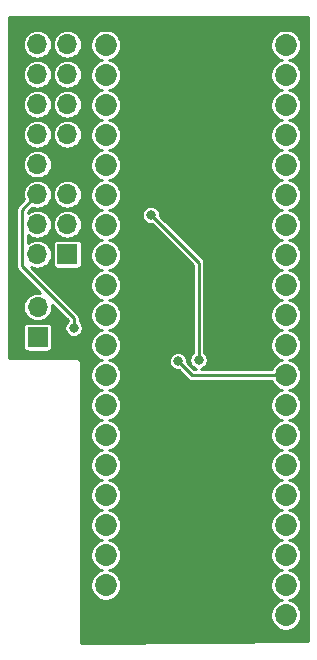
<source format=gbr>
G04 #@! TF.GenerationSoftware,KiCad,Pcbnew,(5.1.4)-1*
G04 #@! TF.CreationDate,2021-01-17T04:38:22+00:00*
G04 #@! TF.ProjectId,atari-pickup,61746172-692d-4706-9963-6b75702e6b69,rev?*
G04 #@! TF.SameCoordinates,Original*
G04 #@! TF.FileFunction,Copper,L2,Bot*
G04 #@! TF.FilePolarity,Positive*
%FSLAX46Y46*%
G04 Gerber Fmt 4.6, Leading zero omitted, Abs format (unit mm)*
G04 Created by KiCad (PCBNEW (5.1.4)-1) date 2021-01-17 04:38:22*
%MOMM*%
%LPD*%
G04 APERTURE LIST*
%ADD10C,1.854200*%
%ADD11R,1.700000X1.700000*%
%ADD12O,1.700000X1.700000*%
%ADD13C,0.800000*%
%ADD14C,0.400000*%
%ADD15C,0.250000*%
G04 APERTURE END LIST*
D10*
X149860000Y-55880000D03*
X149860000Y-58420000D03*
X149860000Y-60960000D03*
X149860000Y-63500000D03*
X149860000Y-66040000D03*
X149860000Y-68580000D03*
X149860000Y-71120000D03*
X149860000Y-73660000D03*
X149860000Y-76200000D03*
X149860000Y-78740000D03*
X149860000Y-81280000D03*
X149860000Y-83820000D03*
X149860000Y-86360000D03*
X149860000Y-88900000D03*
X149860000Y-91440000D03*
X149860000Y-93980000D03*
X149860000Y-96520000D03*
X149860000Y-99060000D03*
X149860000Y-101600000D03*
X149860000Y-104140000D03*
X134620000Y-104140000D03*
X134620000Y-101600000D03*
X134620000Y-99060000D03*
X134620000Y-96520000D03*
X134620000Y-93980000D03*
X134620000Y-91440000D03*
X134620000Y-88900000D03*
X134620000Y-86360000D03*
X134620000Y-83820000D03*
X134620000Y-81280000D03*
X134620000Y-76200000D03*
X134620000Y-73660000D03*
X134620000Y-71120000D03*
X134620000Y-68580000D03*
X134620000Y-66040000D03*
X134620000Y-63500000D03*
X134620000Y-60960000D03*
X134620000Y-58420000D03*
X134620000Y-55880000D03*
X134620000Y-78740000D03*
D11*
X131368800Y-73583800D03*
D12*
X128828800Y-73583800D03*
X131368800Y-71043800D03*
X128828800Y-71043800D03*
X131368800Y-68503800D03*
X128828800Y-68503800D03*
X131368800Y-65963800D03*
X128828800Y-65963800D03*
X131368800Y-63423800D03*
X128828800Y-63423800D03*
X131368800Y-60883800D03*
X128828800Y-60883800D03*
X131368800Y-58343800D03*
X128828800Y-58343800D03*
X131368800Y-55803800D03*
X128828800Y-55803800D03*
D11*
X128854200Y-80594200D03*
D12*
X128854200Y-78054200D03*
D13*
X140726160Y-82646520D03*
X131902200Y-79806800D03*
X138430000Y-70251320D03*
X142478760Y-82565240D03*
D14*
X132791200Y-102311200D02*
X134620000Y-104140000D01*
X132791200Y-82753200D02*
X132791200Y-102311200D01*
X130118799Y-67213801D02*
X128239199Y-67213801D01*
X131368800Y-65963800D02*
X130118799Y-67213801D01*
X128239199Y-67213801D02*
X126746000Y-68707000D01*
X126746000Y-68707000D02*
X126746000Y-81534000D01*
X126746000Y-81534000D02*
X127508000Y-82296000D01*
X132334000Y-82296000D02*
X132791200Y-82753200D01*
X127508000Y-82296000D02*
X132334000Y-82296000D01*
D15*
X141899640Y-83820000D02*
X149860000Y-83820000D01*
X140726160Y-82646520D02*
X141899640Y-83820000D01*
X131902200Y-79241115D02*
X131902200Y-79806800D01*
X131902200Y-78987115D02*
X131902200Y-79241115D01*
X127508000Y-74592915D02*
X131902200Y-78987115D01*
X128828800Y-68503800D02*
X127508000Y-69824600D01*
X127508000Y-69824600D02*
X127508000Y-74592915D01*
X142478760Y-74300080D02*
X142478760Y-81999555D01*
X142478760Y-81999555D02*
X142478760Y-82565240D01*
X138430000Y-70251320D02*
X142478760Y-74300080D01*
G36*
X151767000Y-106302231D02*
G01*
X133408349Y-106484000D01*
X132530000Y-106484000D01*
X132530000Y-82826104D01*
X132532177Y-82804000D01*
X132523489Y-82715785D01*
X132497757Y-82630959D01*
X132455971Y-82552784D01*
X132399737Y-82484263D01*
X132331216Y-82428029D01*
X132253041Y-82386243D01*
X132168215Y-82360511D01*
X132102105Y-82354000D01*
X132080000Y-82351823D01*
X132057896Y-82354000D01*
X126434000Y-82354000D01*
X126434000Y-79744200D01*
X127627386Y-79744200D01*
X127627386Y-81444200D01*
X127634626Y-81517713D01*
X127656069Y-81588400D01*
X127690891Y-81653547D01*
X127737752Y-81710648D01*
X127794853Y-81757509D01*
X127860000Y-81792331D01*
X127930687Y-81813774D01*
X128004200Y-81821014D01*
X129704200Y-81821014D01*
X129777713Y-81813774D01*
X129848400Y-81792331D01*
X129913547Y-81757509D01*
X129970648Y-81710648D01*
X130017509Y-81653547D01*
X130052331Y-81588400D01*
X130073774Y-81517713D01*
X130081014Y-81444200D01*
X130081014Y-79744200D01*
X130073774Y-79670687D01*
X130052331Y-79600000D01*
X130017509Y-79534853D01*
X129970648Y-79477752D01*
X129913547Y-79430891D01*
X129848400Y-79396069D01*
X129777713Y-79374626D01*
X129704200Y-79367386D01*
X128004200Y-79367386D01*
X127930687Y-79374626D01*
X127860000Y-79396069D01*
X127794853Y-79430891D01*
X127737752Y-79477752D01*
X127690891Y-79534853D01*
X127656069Y-79600000D01*
X127634626Y-79670687D01*
X127627386Y-79744200D01*
X126434000Y-79744200D01*
X126434000Y-69824600D01*
X127005581Y-69824600D01*
X127008000Y-69849160D01*
X127008001Y-74568345D01*
X127005581Y-74592915D01*
X127015235Y-74690932D01*
X127042840Y-74781931D01*
X127043826Y-74785182D01*
X127090255Y-74872044D01*
X127152737Y-74948179D01*
X127171819Y-74963839D01*
X129050595Y-76842616D01*
X128914378Y-76829200D01*
X128794022Y-76829200D01*
X128614058Y-76846925D01*
X128383145Y-76916972D01*
X128170334Y-77030722D01*
X127983803Y-77183803D01*
X127830722Y-77370334D01*
X127716972Y-77583145D01*
X127646925Y-77814058D01*
X127623273Y-78054200D01*
X127646925Y-78294342D01*
X127716972Y-78525255D01*
X127830722Y-78738066D01*
X127983803Y-78924597D01*
X128170334Y-79077678D01*
X128383145Y-79191428D01*
X128614058Y-79261475D01*
X128794022Y-79279200D01*
X128914378Y-79279200D01*
X129094342Y-79261475D01*
X129325255Y-79191428D01*
X129538066Y-79077678D01*
X129724597Y-78924597D01*
X129877678Y-78738066D01*
X129991428Y-78525255D01*
X130061475Y-78294342D01*
X130085127Y-78054200D01*
X130065784Y-77857805D01*
X131402200Y-79194222D01*
X131402200Y-79210784D01*
X131300218Y-79312766D01*
X131215404Y-79439700D01*
X131156983Y-79580741D01*
X131127200Y-79730469D01*
X131127200Y-79883131D01*
X131156983Y-80032859D01*
X131215404Y-80173900D01*
X131300218Y-80300834D01*
X131408166Y-80408782D01*
X131535100Y-80493596D01*
X131676141Y-80552017D01*
X131825869Y-80581800D01*
X131978531Y-80581800D01*
X132128259Y-80552017D01*
X132269300Y-80493596D01*
X132396234Y-80408782D01*
X132504182Y-80300834D01*
X132588996Y-80173900D01*
X132647417Y-80032859D01*
X132677200Y-79883131D01*
X132677200Y-79730469D01*
X132647417Y-79580741D01*
X132588996Y-79439700D01*
X132504182Y-79312766D01*
X132402200Y-79210784D01*
X132402200Y-79011672D01*
X132404619Y-78987114D01*
X132398461Y-78924597D01*
X132394965Y-78889098D01*
X132366375Y-78794848D01*
X132319946Y-78707986D01*
X132257464Y-78631851D01*
X132238387Y-78616195D01*
X128326537Y-74704347D01*
X128357745Y-74721028D01*
X128588658Y-74791075D01*
X128768622Y-74808800D01*
X128888978Y-74808800D01*
X129068942Y-74791075D01*
X129299855Y-74721028D01*
X129512666Y-74607278D01*
X129699197Y-74454197D01*
X129852278Y-74267666D01*
X129966028Y-74054855D01*
X130036075Y-73823942D01*
X130059727Y-73583800D01*
X130036075Y-73343658D01*
X129966028Y-73112745D01*
X129852278Y-72899934D01*
X129715937Y-72733800D01*
X130141986Y-72733800D01*
X130141986Y-74433800D01*
X130149226Y-74507313D01*
X130170669Y-74578000D01*
X130205491Y-74643147D01*
X130252352Y-74700248D01*
X130309453Y-74747109D01*
X130374600Y-74781931D01*
X130445287Y-74803374D01*
X130518800Y-74810614D01*
X132218800Y-74810614D01*
X132292313Y-74803374D01*
X132363000Y-74781931D01*
X132428147Y-74747109D01*
X132485248Y-74700248D01*
X132532109Y-74643147D01*
X132566931Y-74578000D01*
X132588374Y-74507313D01*
X132595614Y-74433800D01*
X132595614Y-72733800D01*
X132588374Y-72660287D01*
X132566931Y-72589600D01*
X132532109Y-72524453D01*
X132485248Y-72467352D01*
X132428147Y-72420491D01*
X132363000Y-72385669D01*
X132292313Y-72364226D01*
X132218800Y-72356986D01*
X130518800Y-72356986D01*
X130445287Y-72364226D01*
X130374600Y-72385669D01*
X130309453Y-72420491D01*
X130252352Y-72467352D01*
X130205491Y-72524453D01*
X130170669Y-72589600D01*
X130149226Y-72660287D01*
X130141986Y-72733800D01*
X129715937Y-72733800D01*
X129699197Y-72713403D01*
X129512666Y-72560322D01*
X129299855Y-72446572D01*
X129068942Y-72376525D01*
X128888978Y-72358800D01*
X128768622Y-72358800D01*
X128588658Y-72376525D01*
X128357745Y-72446572D01*
X128144934Y-72560322D01*
X128008000Y-72672700D01*
X128008000Y-71954900D01*
X128144934Y-72067278D01*
X128357745Y-72181028D01*
X128588658Y-72251075D01*
X128768622Y-72268800D01*
X128888978Y-72268800D01*
X129068942Y-72251075D01*
X129299855Y-72181028D01*
X129512666Y-72067278D01*
X129699197Y-71914197D01*
X129852278Y-71727666D01*
X129966028Y-71514855D01*
X130036075Y-71283942D01*
X130059727Y-71043800D01*
X130137873Y-71043800D01*
X130161525Y-71283942D01*
X130231572Y-71514855D01*
X130345322Y-71727666D01*
X130498403Y-71914197D01*
X130684934Y-72067278D01*
X130897745Y-72181028D01*
X131128658Y-72251075D01*
X131308622Y-72268800D01*
X131428978Y-72268800D01*
X131608942Y-72251075D01*
X131839855Y-72181028D01*
X132052666Y-72067278D01*
X132239197Y-71914197D01*
X132392278Y-71727666D01*
X132506028Y-71514855D01*
X132576075Y-71283942D01*
X132599727Y-71043800D01*
X132576075Y-70803658D01*
X132506028Y-70572745D01*
X132392278Y-70359934D01*
X132239197Y-70173403D01*
X132052666Y-70020322D01*
X131839855Y-69906572D01*
X131608942Y-69836525D01*
X131428978Y-69818800D01*
X131308622Y-69818800D01*
X131128658Y-69836525D01*
X130897745Y-69906572D01*
X130684934Y-70020322D01*
X130498403Y-70173403D01*
X130345322Y-70359934D01*
X130231572Y-70572745D01*
X130161525Y-70803658D01*
X130137873Y-71043800D01*
X130059727Y-71043800D01*
X130036075Y-70803658D01*
X129966028Y-70572745D01*
X129852278Y-70359934D01*
X129699197Y-70173403D01*
X129512666Y-70020322D01*
X129299855Y-69906572D01*
X129068942Y-69836525D01*
X128888978Y-69818800D01*
X128768622Y-69818800D01*
X128588658Y-69836525D01*
X128357745Y-69906572D01*
X128144934Y-70020322D01*
X128008000Y-70132700D01*
X128008000Y-70031705D01*
X128389151Y-69650555D01*
X128588658Y-69711075D01*
X128768622Y-69728800D01*
X128888978Y-69728800D01*
X129068942Y-69711075D01*
X129299855Y-69641028D01*
X129512666Y-69527278D01*
X129699197Y-69374197D01*
X129852278Y-69187666D01*
X129966028Y-68974855D01*
X130036075Y-68743942D01*
X130059727Y-68503800D01*
X130137873Y-68503800D01*
X130161525Y-68743942D01*
X130231572Y-68974855D01*
X130345322Y-69187666D01*
X130498403Y-69374197D01*
X130684934Y-69527278D01*
X130897745Y-69641028D01*
X131128658Y-69711075D01*
X131308622Y-69728800D01*
X131428978Y-69728800D01*
X131608942Y-69711075D01*
X131839855Y-69641028D01*
X132052666Y-69527278D01*
X132239197Y-69374197D01*
X132392278Y-69187666D01*
X132506028Y-68974855D01*
X132576075Y-68743942D01*
X132599727Y-68503800D01*
X132576075Y-68263658D01*
X132506028Y-68032745D01*
X132392278Y-67819934D01*
X132239197Y-67633403D01*
X132052666Y-67480322D01*
X131839855Y-67366572D01*
X131608942Y-67296525D01*
X131428978Y-67278800D01*
X131308622Y-67278800D01*
X131128658Y-67296525D01*
X130897745Y-67366572D01*
X130684934Y-67480322D01*
X130498403Y-67633403D01*
X130345322Y-67819934D01*
X130231572Y-68032745D01*
X130161525Y-68263658D01*
X130137873Y-68503800D01*
X130059727Y-68503800D01*
X130036075Y-68263658D01*
X129966028Y-68032745D01*
X129852278Y-67819934D01*
X129699197Y-67633403D01*
X129512666Y-67480322D01*
X129299855Y-67366572D01*
X129068942Y-67296525D01*
X128888978Y-67278800D01*
X128768622Y-67278800D01*
X128588658Y-67296525D01*
X128357745Y-67366572D01*
X128144934Y-67480322D01*
X127958403Y-67633403D01*
X127805322Y-67819934D01*
X127691572Y-68032745D01*
X127621525Y-68263658D01*
X127597873Y-68503800D01*
X127621525Y-68743942D01*
X127682045Y-68943449D01*
X127171824Y-69453671D01*
X127152736Y-69469336D01*
X127090254Y-69545471D01*
X127043825Y-69632334D01*
X127041188Y-69641028D01*
X127015235Y-69726583D01*
X127005581Y-69824600D01*
X126434000Y-69824600D01*
X126434000Y-65963800D01*
X127597873Y-65963800D01*
X127621525Y-66203942D01*
X127691572Y-66434855D01*
X127805322Y-66647666D01*
X127958403Y-66834197D01*
X128144934Y-66987278D01*
X128357745Y-67101028D01*
X128588658Y-67171075D01*
X128768622Y-67188800D01*
X128888978Y-67188800D01*
X129068942Y-67171075D01*
X129299855Y-67101028D01*
X129512666Y-66987278D01*
X129699197Y-66834197D01*
X129852278Y-66647666D01*
X129966028Y-66434855D01*
X130036075Y-66203942D01*
X130059727Y-65963800D01*
X130036075Y-65723658D01*
X129966028Y-65492745D01*
X129852278Y-65279934D01*
X129699197Y-65093403D01*
X129512666Y-64940322D01*
X129299855Y-64826572D01*
X129068942Y-64756525D01*
X128888978Y-64738800D01*
X128768622Y-64738800D01*
X128588658Y-64756525D01*
X128357745Y-64826572D01*
X128144934Y-64940322D01*
X127958403Y-65093403D01*
X127805322Y-65279934D01*
X127691572Y-65492745D01*
X127621525Y-65723658D01*
X127597873Y-65963800D01*
X126434000Y-65963800D01*
X126434000Y-63423800D01*
X127597873Y-63423800D01*
X127621525Y-63663942D01*
X127691572Y-63894855D01*
X127805322Y-64107666D01*
X127958403Y-64294197D01*
X128144934Y-64447278D01*
X128357745Y-64561028D01*
X128588658Y-64631075D01*
X128768622Y-64648800D01*
X128888978Y-64648800D01*
X129068942Y-64631075D01*
X129299855Y-64561028D01*
X129512666Y-64447278D01*
X129699197Y-64294197D01*
X129852278Y-64107666D01*
X129966028Y-63894855D01*
X130036075Y-63663942D01*
X130059727Y-63423800D01*
X130137873Y-63423800D01*
X130161525Y-63663942D01*
X130231572Y-63894855D01*
X130345322Y-64107666D01*
X130498403Y-64294197D01*
X130684934Y-64447278D01*
X130897745Y-64561028D01*
X131128658Y-64631075D01*
X131308622Y-64648800D01*
X131428978Y-64648800D01*
X131608942Y-64631075D01*
X131839855Y-64561028D01*
X132052666Y-64447278D01*
X132239197Y-64294197D01*
X132392278Y-64107666D01*
X132506028Y-63894855D01*
X132576075Y-63663942D01*
X132599727Y-63423800D01*
X132576075Y-63183658D01*
X132506028Y-62952745D01*
X132392278Y-62739934D01*
X132239197Y-62553403D01*
X132052666Y-62400322D01*
X131839855Y-62286572D01*
X131608942Y-62216525D01*
X131428978Y-62198800D01*
X131308622Y-62198800D01*
X131128658Y-62216525D01*
X130897745Y-62286572D01*
X130684934Y-62400322D01*
X130498403Y-62553403D01*
X130345322Y-62739934D01*
X130231572Y-62952745D01*
X130161525Y-63183658D01*
X130137873Y-63423800D01*
X130059727Y-63423800D01*
X130036075Y-63183658D01*
X129966028Y-62952745D01*
X129852278Y-62739934D01*
X129699197Y-62553403D01*
X129512666Y-62400322D01*
X129299855Y-62286572D01*
X129068942Y-62216525D01*
X128888978Y-62198800D01*
X128768622Y-62198800D01*
X128588658Y-62216525D01*
X128357745Y-62286572D01*
X128144934Y-62400322D01*
X127958403Y-62553403D01*
X127805322Y-62739934D01*
X127691572Y-62952745D01*
X127621525Y-63183658D01*
X127597873Y-63423800D01*
X126434000Y-63423800D01*
X126434000Y-60883800D01*
X127597873Y-60883800D01*
X127621525Y-61123942D01*
X127691572Y-61354855D01*
X127805322Y-61567666D01*
X127958403Y-61754197D01*
X128144934Y-61907278D01*
X128357745Y-62021028D01*
X128588658Y-62091075D01*
X128768622Y-62108800D01*
X128888978Y-62108800D01*
X129068942Y-62091075D01*
X129299855Y-62021028D01*
X129512666Y-61907278D01*
X129699197Y-61754197D01*
X129852278Y-61567666D01*
X129966028Y-61354855D01*
X130036075Y-61123942D01*
X130059727Y-60883800D01*
X130137873Y-60883800D01*
X130161525Y-61123942D01*
X130231572Y-61354855D01*
X130345322Y-61567666D01*
X130498403Y-61754197D01*
X130684934Y-61907278D01*
X130897745Y-62021028D01*
X131128658Y-62091075D01*
X131308622Y-62108800D01*
X131428978Y-62108800D01*
X131608942Y-62091075D01*
X131839855Y-62021028D01*
X132052666Y-61907278D01*
X132239197Y-61754197D01*
X132392278Y-61567666D01*
X132506028Y-61354855D01*
X132576075Y-61123942D01*
X132599727Y-60883800D01*
X132576075Y-60643658D01*
X132506028Y-60412745D01*
X132392278Y-60199934D01*
X132239197Y-60013403D01*
X132052666Y-59860322D01*
X131839855Y-59746572D01*
X131608942Y-59676525D01*
X131428978Y-59658800D01*
X131308622Y-59658800D01*
X131128658Y-59676525D01*
X130897745Y-59746572D01*
X130684934Y-59860322D01*
X130498403Y-60013403D01*
X130345322Y-60199934D01*
X130231572Y-60412745D01*
X130161525Y-60643658D01*
X130137873Y-60883800D01*
X130059727Y-60883800D01*
X130036075Y-60643658D01*
X129966028Y-60412745D01*
X129852278Y-60199934D01*
X129699197Y-60013403D01*
X129512666Y-59860322D01*
X129299855Y-59746572D01*
X129068942Y-59676525D01*
X128888978Y-59658800D01*
X128768622Y-59658800D01*
X128588658Y-59676525D01*
X128357745Y-59746572D01*
X128144934Y-59860322D01*
X127958403Y-60013403D01*
X127805322Y-60199934D01*
X127691572Y-60412745D01*
X127621525Y-60643658D01*
X127597873Y-60883800D01*
X126434000Y-60883800D01*
X126434000Y-58343800D01*
X127597873Y-58343800D01*
X127621525Y-58583942D01*
X127691572Y-58814855D01*
X127805322Y-59027666D01*
X127958403Y-59214197D01*
X128144934Y-59367278D01*
X128357745Y-59481028D01*
X128588658Y-59551075D01*
X128768622Y-59568800D01*
X128888978Y-59568800D01*
X129068942Y-59551075D01*
X129299855Y-59481028D01*
X129512666Y-59367278D01*
X129699197Y-59214197D01*
X129852278Y-59027666D01*
X129966028Y-58814855D01*
X130036075Y-58583942D01*
X130059727Y-58343800D01*
X130137873Y-58343800D01*
X130161525Y-58583942D01*
X130231572Y-58814855D01*
X130345322Y-59027666D01*
X130498403Y-59214197D01*
X130684934Y-59367278D01*
X130897745Y-59481028D01*
X131128658Y-59551075D01*
X131308622Y-59568800D01*
X131428978Y-59568800D01*
X131608942Y-59551075D01*
X131839855Y-59481028D01*
X132052666Y-59367278D01*
X132239197Y-59214197D01*
X132392278Y-59027666D01*
X132506028Y-58814855D01*
X132576075Y-58583942D01*
X132599727Y-58343800D01*
X132576075Y-58103658D01*
X132506028Y-57872745D01*
X132392278Y-57659934D01*
X132239197Y-57473403D01*
X132052666Y-57320322D01*
X131839855Y-57206572D01*
X131608942Y-57136525D01*
X131428978Y-57118800D01*
X131308622Y-57118800D01*
X131128658Y-57136525D01*
X130897745Y-57206572D01*
X130684934Y-57320322D01*
X130498403Y-57473403D01*
X130345322Y-57659934D01*
X130231572Y-57872745D01*
X130161525Y-58103658D01*
X130137873Y-58343800D01*
X130059727Y-58343800D01*
X130036075Y-58103658D01*
X129966028Y-57872745D01*
X129852278Y-57659934D01*
X129699197Y-57473403D01*
X129512666Y-57320322D01*
X129299855Y-57206572D01*
X129068942Y-57136525D01*
X128888978Y-57118800D01*
X128768622Y-57118800D01*
X128588658Y-57136525D01*
X128357745Y-57206572D01*
X128144934Y-57320322D01*
X127958403Y-57473403D01*
X127805322Y-57659934D01*
X127691572Y-57872745D01*
X127621525Y-58103658D01*
X127597873Y-58343800D01*
X126434000Y-58343800D01*
X126434000Y-55803800D01*
X127597873Y-55803800D01*
X127621525Y-56043942D01*
X127691572Y-56274855D01*
X127805322Y-56487666D01*
X127958403Y-56674197D01*
X128144934Y-56827278D01*
X128357745Y-56941028D01*
X128588658Y-57011075D01*
X128768622Y-57028800D01*
X128888978Y-57028800D01*
X129068942Y-57011075D01*
X129299855Y-56941028D01*
X129512666Y-56827278D01*
X129699197Y-56674197D01*
X129852278Y-56487666D01*
X129966028Y-56274855D01*
X130036075Y-56043942D01*
X130059727Y-55803800D01*
X130137873Y-55803800D01*
X130161525Y-56043942D01*
X130231572Y-56274855D01*
X130345322Y-56487666D01*
X130498403Y-56674197D01*
X130684934Y-56827278D01*
X130897745Y-56941028D01*
X131128658Y-57011075D01*
X131308622Y-57028800D01*
X131428978Y-57028800D01*
X131608942Y-57011075D01*
X131839855Y-56941028D01*
X132052666Y-56827278D01*
X132239197Y-56674197D01*
X132392278Y-56487666D01*
X132506028Y-56274855D01*
X132576075Y-56043942D01*
X132599727Y-55803800D01*
X132594601Y-55751754D01*
X133317900Y-55751754D01*
X133317900Y-56008246D01*
X133367939Y-56259808D01*
X133466094Y-56496775D01*
X133608593Y-56710040D01*
X133789960Y-56891407D01*
X134003225Y-57033906D01*
X134240192Y-57132061D01*
X134330377Y-57150000D01*
X134240192Y-57167939D01*
X134003225Y-57266094D01*
X133789960Y-57408593D01*
X133608593Y-57589960D01*
X133466094Y-57803225D01*
X133367939Y-58040192D01*
X133317900Y-58291754D01*
X133317900Y-58548246D01*
X133367939Y-58799808D01*
X133466094Y-59036775D01*
X133608593Y-59250040D01*
X133789960Y-59431407D01*
X134003225Y-59573906D01*
X134240192Y-59672061D01*
X134330377Y-59690000D01*
X134240192Y-59707939D01*
X134003225Y-59806094D01*
X133789960Y-59948593D01*
X133608593Y-60129960D01*
X133466094Y-60343225D01*
X133367939Y-60580192D01*
X133317900Y-60831754D01*
X133317900Y-61088246D01*
X133367939Y-61339808D01*
X133466094Y-61576775D01*
X133608593Y-61790040D01*
X133789960Y-61971407D01*
X134003225Y-62113906D01*
X134240192Y-62212061D01*
X134330377Y-62230000D01*
X134240192Y-62247939D01*
X134003225Y-62346094D01*
X133789960Y-62488593D01*
X133608593Y-62669960D01*
X133466094Y-62883225D01*
X133367939Y-63120192D01*
X133317900Y-63371754D01*
X133317900Y-63628246D01*
X133367939Y-63879808D01*
X133466094Y-64116775D01*
X133608593Y-64330040D01*
X133789960Y-64511407D01*
X134003225Y-64653906D01*
X134240192Y-64752061D01*
X134330377Y-64770000D01*
X134240192Y-64787939D01*
X134003225Y-64886094D01*
X133789960Y-65028593D01*
X133608593Y-65209960D01*
X133466094Y-65423225D01*
X133367939Y-65660192D01*
X133317900Y-65911754D01*
X133317900Y-66168246D01*
X133367939Y-66419808D01*
X133466094Y-66656775D01*
X133608593Y-66870040D01*
X133789960Y-67051407D01*
X134003225Y-67193906D01*
X134240192Y-67292061D01*
X134330377Y-67310000D01*
X134240192Y-67327939D01*
X134003225Y-67426094D01*
X133789960Y-67568593D01*
X133608593Y-67749960D01*
X133466094Y-67963225D01*
X133367939Y-68200192D01*
X133317900Y-68451754D01*
X133317900Y-68708246D01*
X133367939Y-68959808D01*
X133466094Y-69196775D01*
X133608593Y-69410040D01*
X133789960Y-69591407D01*
X134003225Y-69733906D01*
X134240192Y-69832061D01*
X134330377Y-69850000D01*
X134240192Y-69867939D01*
X134003225Y-69966094D01*
X133789960Y-70108593D01*
X133608593Y-70289960D01*
X133466094Y-70503225D01*
X133367939Y-70740192D01*
X133317900Y-70991754D01*
X133317900Y-71248246D01*
X133367939Y-71499808D01*
X133466094Y-71736775D01*
X133608593Y-71950040D01*
X133789960Y-72131407D01*
X134003225Y-72273906D01*
X134240192Y-72372061D01*
X134330377Y-72390000D01*
X134240192Y-72407939D01*
X134003225Y-72506094D01*
X133789960Y-72648593D01*
X133608593Y-72829960D01*
X133466094Y-73043225D01*
X133367939Y-73280192D01*
X133317900Y-73531754D01*
X133317900Y-73788246D01*
X133367939Y-74039808D01*
X133466094Y-74276775D01*
X133608593Y-74490040D01*
X133789960Y-74671407D01*
X134003225Y-74813906D01*
X134240192Y-74912061D01*
X134330377Y-74930000D01*
X134240192Y-74947939D01*
X134003225Y-75046094D01*
X133789960Y-75188593D01*
X133608593Y-75369960D01*
X133466094Y-75583225D01*
X133367939Y-75820192D01*
X133317900Y-76071754D01*
X133317900Y-76328246D01*
X133367939Y-76579808D01*
X133466094Y-76816775D01*
X133608593Y-77030040D01*
X133789960Y-77211407D01*
X134003225Y-77353906D01*
X134240192Y-77452061D01*
X134330377Y-77470000D01*
X134240192Y-77487939D01*
X134003225Y-77586094D01*
X133789960Y-77728593D01*
X133608593Y-77909960D01*
X133466094Y-78123225D01*
X133367939Y-78360192D01*
X133317900Y-78611754D01*
X133317900Y-78868246D01*
X133367939Y-79119808D01*
X133466094Y-79356775D01*
X133608593Y-79570040D01*
X133789960Y-79751407D01*
X134003225Y-79893906D01*
X134240192Y-79992061D01*
X134330377Y-80010000D01*
X134240192Y-80027939D01*
X134003225Y-80126094D01*
X133789960Y-80268593D01*
X133608593Y-80449960D01*
X133466094Y-80663225D01*
X133367939Y-80900192D01*
X133317900Y-81151754D01*
X133317900Y-81408246D01*
X133367939Y-81659808D01*
X133466094Y-81896775D01*
X133608593Y-82110040D01*
X133789960Y-82291407D01*
X134003225Y-82433906D01*
X134240192Y-82532061D01*
X134330377Y-82550000D01*
X134240192Y-82567939D01*
X134003225Y-82666094D01*
X133789960Y-82808593D01*
X133608593Y-82989960D01*
X133466094Y-83203225D01*
X133367939Y-83440192D01*
X133317900Y-83691754D01*
X133317900Y-83948246D01*
X133367939Y-84199808D01*
X133466094Y-84436775D01*
X133608593Y-84650040D01*
X133789960Y-84831407D01*
X134003225Y-84973906D01*
X134240192Y-85072061D01*
X134330377Y-85090000D01*
X134240192Y-85107939D01*
X134003225Y-85206094D01*
X133789960Y-85348593D01*
X133608593Y-85529960D01*
X133466094Y-85743225D01*
X133367939Y-85980192D01*
X133317900Y-86231754D01*
X133317900Y-86488246D01*
X133367939Y-86739808D01*
X133466094Y-86976775D01*
X133608593Y-87190040D01*
X133789960Y-87371407D01*
X134003225Y-87513906D01*
X134240192Y-87612061D01*
X134330377Y-87630000D01*
X134240192Y-87647939D01*
X134003225Y-87746094D01*
X133789960Y-87888593D01*
X133608593Y-88069960D01*
X133466094Y-88283225D01*
X133367939Y-88520192D01*
X133317900Y-88771754D01*
X133317900Y-89028246D01*
X133367939Y-89279808D01*
X133466094Y-89516775D01*
X133608593Y-89730040D01*
X133789960Y-89911407D01*
X134003225Y-90053906D01*
X134240192Y-90152061D01*
X134330377Y-90170000D01*
X134240192Y-90187939D01*
X134003225Y-90286094D01*
X133789960Y-90428593D01*
X133608593Y-90609960D01*
X133466094Y-90823225D01*
X133367939Y-91060192D01*
X133317900Y-91311754D01*
X133317900Y-91568246D01*
X133367939Y-91819808D01*
X133466094Y-92056775D01*
X133608593Y-92270040D01*
X133789960Y-92451407D01*
X134003225Y-92593906D01*
X134240192Y-92692061D01*
X134330377Y-92710000D01*
X134240192Y-92727939D01*
X134003225Y-92826094D01*
X133789960Y-92968593D01*
X133608593Y-93149960D01*
X133466094Y-93363225D01*
X133367939Y-93600192D01*
X133317900Y-93851754D01*
X133317900Y-94108246D01*
X133367939Y-94359808D01*
X133466094Y-94596775D01*
X133608593Y-94810040D01*
X133789960Y-94991407D01*
X134003225Y-95133906D01*
X134240192Y-95232061D01*
X134330377Y-95250000D01*
X134240192Y-95267939D01*
X134003225Y-95366094D01*
X133789960Y-95508593D01*
X133608593Y-95689960D01*
X133466094Y-95903225D01*
X133367939Y-96140192D01*
X133317900Y-96391754D01*
X133317900Y-96648246D01*
X133367939Y-96899808D01*
X133466094Y-97136775D01*
X133608593Y-97350040D01*
X133789960Y-97531407D01*
X134003225Y-97673906D01*
X134240192Y-97772061D01*
X134330377Y-97790000D01*
X134240192Y-97807939D01*
X134003225Y-97906094D01*
X133789960Y-98048593D01*
X133608593Y-98229960D01*
X133466094Y-98443225D01*
X133367939Y-98680192D01*
X133317900Y-98931754D01*
X133317900Y-99188246D01*
X133367939Y-99439808D01*
X133466094Y-99676775D01*
X133608593Y-99890040D01*
X133789960Y-100071407D01*
X134003225Y-100213906D01*
X134240192Y-100312061D01*
X134330377Y-100330000D01*
X134240192Y-100347939D01*
X134003225Y-100446094D01*
X133789960Y-100588593D01*
X133608593Y-100769960D01*
X133466094Y-100983225D01*
X133367939Y-101220192D01*
X133317900Y-101471754D01*
X133317900Y-101728246D01*
X133367939Y-101979808D01*
X133466094Y-102216775D01*
X133608593Y-102430040D01*
X133789960Y-102611407D01*
X134003225Y-102753906D01*
X134240192Y-102852061D01*
X134491754Y-102902100D01*
X134748246Y-102902100D01*
X134999808Y-102852061D01*
X135236775Y-102753906D01*
X135450040Y-102611407D01*
X135631407Y-102430040D01*
X135773906Y-102216775D01*
X135872061Y-101979808D01*
X135922100Y-101728246D01*
X135922100Y-101471754D01*
X135872061Y-101220192D01*
X135773906Y-100983225D01*
X135631407Y-100769960D01*
X135450040Y-100588593D01*
X135236775Y-100446094D01*
X134999808Y-100347939D01*
X134909623Y-100330000D01*
X134999808Y-100312061D01*
X135236775Y-100213906D01*
X135450040Y-100071407D01*
X135631407Y-99890040D01*
X135773906Y-99676775D01*
X135872061Y-99439808D01*
X135922100Y-99188246D01*
X135922100Y-98931754D01*
X135872061Y-98680192D01*
X135773906Y-98443225D01*
X135631407Y-98229960D01*
X135450040Y-98048593D01*
X135236775Y-97906094D01*
X134999808Y-97807939D01*
X134909623Y-97790000D01*
X134999808Y-97772061D01*
X135236775Y-97673906D01*
X135450040Y-97531407D01*
X135631407Y-97350040D01*
X135773906Y-97136775D01*
X135872061Y-96899808D01*
X135922100Y-96648246D01*
X135922100Y-96391754D01*
X135872061Y-96140192D01*
X135773906Y-95903225D01*
X135631407Y-95689960D01*
X135450040Y-95508593D01*
X135236775Y-95366094D01*
X134999808Y-95267939D01*
X134909623Y-95250000D01*
X134999808Y-95232061D01*
X135236775Y-95133906D01*
X135450040Y-94991407D01*
X135631407Y-94810040D01*
X135773906Y-94596775D01*
X135872061Y-94359808D01*
X135922100Y-94108246D01*
X135922100Y-93851754D01*
X135872061Y-93600192D01*
X135773906Y-93363225D01*
X135631407Y-93149960D01*
X135450040Y-92968593D01*
X135236775Y-92826094D01*
X134999808Y-92727939D01*
X134909623Y-92710000D01*
X134999808Y-92692061D01*
X135236775Y-92593906D01*
X135450040Y-92451407D01*
X135631407Y-92270040D01*
X135773906Y-92056775D01*
X135872061Y-91819808D01*
X135922100Y-91568246D01*
X135922100Y-91311754D01*
X135872061Y-91060192D01*
X135773906Y-90823225D01*
X135631407Y-90609960D01*
X135450040Y-90428593D01*
X135236775Y-90286094D01*
X134999808Y-90187939D01*
X134909623Y-90170000D01*
X134999808Y-90152061D01*
X135236775Y-90053906D01*
X135450040Y-89911407D01*
X135631407Y-89730040D01*
X135773906Y-89516775D01*
X135872061Y-89279808D01*
X135922100Y-89028246D01*
X135922100Y-88771754D01*
X135872061Y-88520192D01*
X135773906Y-88283225D01*
X135631407Y-88069960D01*
X135450040Y-87888593D01*
X135236775Y-87746094D01*
X134999808Y-87647939D01*
X134909623Y-87630000D01*
X134999808Y-87612061D01*
X135236775Y-87513906D01*
X135450040Y-87371407D01*
X135631407Y-87190040D01*
X135773906Y-86976775D01*
X135872061Y-86739808D01*
X135922100Y-86488246D01*
X135922100Y-86231754D01*
X135872061Y-85980192D01*
X135773906Y-85743225D01*
X135631407Y-85529960D01*
X135450040Y-85348593D01*
X135236775Y-85206094D01*
X134999808Y-85107939D01*
X134909623Y-85090000D01*
X134999808Y-85072061D01*
X135236775Y-84973906D01*
X135450040Y-84831407D01*
X135631407Y-84650040D01*
X135773906Y-84436775D01*
X135872061Y-84199808D01*
X135922100Y-83948246D01*
X135922100Y-83691754D01*
X135872061Y-83440192D01*
X135773906Y-83203225D01*
X135631407Y-82989960D01*
X135450040Y-82808593D01*
X135236775Y-82666094D01*
X134999808Y-82567939D01*
X134909623Y-82550000D01*
X134999808Y-82532061D01*
X135236775Y-82433906D01*
X135450040Y-82291407D01*
X135631407Y-82110040D01*
X135773906Y-81896775D01*
X135872061Y-81659808D01*
X135922100Y-81408246D01*
X135922100Y-81151754D01*
X135872061Y-80900192D01*
X135773906Y-80663225D01*
X135631407Y-80449960D01*
X135450040Y-80268593D01*
X135236775Y-80126094D01*
X134999808Y-80027939D01*
X134909623Y-80010000D01*
X134999808Y-79992061D01*
X135236775Y-79893906D01*
X135450040Y-79751407D01*
X135631407Y-79570040D01*
X135773906Y-79356775D01*
X135872061Y-79119808D01*
X135922100Y-78868246D01*
X135922100Y-78611754D01*
X135872061Y-78360192D01*
X135773906Y-78123225D01*
X135631407Y-77909960D01*
X135450040Y-77728593D01*
X135236775Y-77586094D01*
X134999808Y-77487939D01*
X134909623Y-77470000D01*
X134999808Y-77452061D01*
X135236775Y-77353906D01*
X135450040Y-77211407D01*
X135631407Y-77030040D01*
X135773906Y-76816775D01*
X135872061Y-76579808D01*
X135922100Y-76328246D01*
X135922100Y-76071754D01*
X135872061Y-75820192D01*
X135773906Y-75583225D01*
X135631407Y-75369960D01*
X135450040Y-75188593D01*
X135236775Y-75046094D01*
X134999808Y-74947939D01*
X134909623Y-74930000D01*
X134999808Y-74912061D01*
X135236775Y-74813906D01*
X135450040Y-74671407D01*
X135631407Y-74490040D01*
X135773906Y-74276775D01*
X135872061Y-74039808D01*
X135922100Y-73788246D01*
X135922100Y-73531754D01*
X135872061Y-73280192D01*
X135773906Y-73043225D01*
X135631407Y-72829960D01*
X135450040Y-72648593D01*
X135236775Y-72506094D01*
X134999808Y-72407939D01*
X134909623Y-72390000D01*
X134999808Y-72372061D01*
X135236775Y-72273906D01*
X135450040Y-72131407D01*
X135631407Y-71950040D01*
X135773906Y-71736775D01*
X135872061Y-71499808D01*
X135922100Y-71248246D01*
X135922100Y-70991754D01*
X135872061Y-70740192D01*
X135773906Y-70503225D01*
X135631407Y-70289960D01*
X135516436Y-70174989D01*
X137655000Y-70174989D01*
X137655000Y-70327651D01*
X137684783Y-70477379D01*
X137743204Y-70618420D01*
X137828018Y-70745354D01*
X137935966Y-70853302D01*
X138062900Y-70938116D01*
X138203941Y-70996537D01*
X138353669Y-71026320D01*
X138497895Y-71026320D01*
X141978760Y-74507187D01*
X141978761Y-81969223D01*
X141876778Y-82071206D01*
X141791964Y-82198140D01*
X141733543Y-82339181D01*
X141703760Y-82488909D01*
X141703760Y-82641571D01*
X141733543Y-82791299D01*
X141791964Y-82932340D01*
X141876778Y-83059274D01*
X141984726Y-83167222D01*
X142111660Y-83252036D01*
X142252701Y-83310457D01*
X142300676Y-83320000D01*
X142106747Y-83320000D01*
X141501160Y-82714414D01*
X141501160Y-82570189D01*
X141471377Y-82420461D01*
X141412956Y-82279420D01*
X141328142Y-82152486D01*
X141220194Y-82044538D01*
X141093260Y-81959724D01*
X140952219Y-81901303D01*
X140802491Y-81871520D01*
X140649829Y-81871520D01*
X140500101Y-81901303D01*
X140359060Y-81959724D01*
X140232126Y-82044538D01*
X140124178Y-82152486D01*
X140039364Y-82279420D01*
X139980943Y-82420461D01*
X139951160Y-82570189D01*
X139951160Y-82722851D01*
X139980943Y-82872579D01*
X140039364Y-83013620D01*
X140124178Y-83140554D01*
X140232126Y-83248502D01*
X140359060Y-83333316D01*
X140500101Y-83391737D01*
X140649829Y-83421520D01*
X140794054Y-83421520D01*
X141528720Y-84156187D01*
X141544376Y-84175264D01*
X141620511Y-84237746D01*
X141707373Y-84284175D01*
X141801623Y-84312765D01*
X141875080Y-84320000D01*
X141875089Y-84320000D01*
X141899639Y-84322418D01*
X141924189Y-84320000D01*
X148657724Y-84320000D01*
X148706094Y-84436775D01*
X148848593Y-84650040D01*
X149029960Y-84831407D01*
X149243225Y-84973906D01*
X149480192Y-85072061D01*
X149570377Y-85090000D01*
X149480192Y-85107939D01*
X149243225Y-85206094D01*
X149029960Y-85348593D01*
X148848593Y-85529960D01*
X148706094Y-85743225D01*
X148607939Y-85980192D01*
X148557900Y-86231754D01*
X148557900Y-86488246D01*
X148607939Y-86739808D01*
X148706094Y-86976775D01*
X148848593Y-87190040D01*
X149029960Y-87371407D01*
X149243225Y-87513906D01*
X149480192Y-87612061D01*
X149570377Y-87630000D01*
X149480192Y-87647939D01*
X149243225Y-87746094D01*
X149029960Y-87888593D01*
X148848593Y-88069960D01*
X148706094Y-88283225D01*
X148607939Y-88520192D01*
X148557900Y-88771754D01*
X148557900Y-89028246D01*
X148607939Y-89279808D01*
X148706094Y-89516775D01*
X148848593Y-89730040D01*
X149029960Y-89911407D01*
X149243225Y-90053906D01*
X149480192Y-90152061D01*
X149570377Y-90170000D01*
X149480192Y-90187939D01*
X149243225Y-90286094D01*
X149029960Y-90428593D01*
X148848593Y-90609960D01*
X148706094Y-90823225D01*
X148607939Y-91060192D01*
X148557900Y-91311754D01*
X148557900Y-91568246D01*
X148607939Y-91819808D01*
X148706094Y-92056775D01*
X148848593Y-92270040D01*
X149029960Y-92451407D01*
X149243225Y-92593906D01*
X149480192Y-92692061D01*
X149570377Y-92710000D01*
X149480192Y-92727939D01*
X149243225Y-92826094D01*
X149029960Y-92968593D01*
X148848593Y-93149960D01*
X148706094Y-93363225D01*
X148607939Y-93600192D01*
X148557900Y-93851754D01*
X148557900Y-94108246D01*
X148607939Y-94359808D01*
X148706094Y-94596775D01*
X148848593Y-94810040D01*
X149029960Y-94991407D01*
X149243225Y-95133906D01*
X149480192Y-95232061D01*
X149570377Y-95250000D01*
X149480192Y-95267939D01*
X149243225Y-95366094D01*
X149029960Y-95508593D01*
X148848593Y-95689960D01*
X148706094Y-95903225D01*
X148607939Y-96140192D01*
X148557900Y-96391754D01*
X148557900Y-96648246D01*
X148607939Y-96899808D01*
X148706094Y-97136775D01*
X148848593Y-97350040D01*
X149029960Y-97531407D01*
X149243225Y-97673906D01*
X149480192Y-97772061D01*
X149570377Y-97790000D01*
X149480192Y-97807939D01*
X149243225Y-97906094D01*
X149029960Y-98048593D01*
X148848593Y-98229960D01*
X148706094Y-98443225D01*
X148607939Y-98680192D01*
X148557900Y-98931754D01*
X148557900Y-99188246D01*
X148607939Y-99439808D01*
X148706094Y-99676775D01*
X148848593Y-99890040D01*
X149029960Y-100071407D01*
X149243225Y-100213906D01*
X149480192Y-100312061D01*
X149570377Y-100330000D01*
X149480192Y-100347939D01*
X149243225Y-100446094D01*
X149029960Y-100588593D01*
X148848593Y-100769960D01*
X148706094Y-100983225D01*
X148607939Y-101220192D01*
X148557900Y-101471754D01*
X148557900Y-101728246D01*
X148607939Y-101979808D01*
X148706094Y-102216775D01*
X148848593Y-102430040D01*
X149029960Y-102611407D01*
X149243225Y-102753906D01*
X149480192Y-102852061D01*
X149570377Y-102870000D01*
X149480192Y-102887939D01*
X149243225Y-102986094D01*
X149029960Y-103128593D01*
X148848593Y-103309960D01*
X148706094Y-103523225D01*
X148607939Y-103760192D01*
X148557900Y-104011754D01*
X148557900Y-104268246D01*
X148607939Y-104519808D01*
X148706094Y-104756775D01*
X148848593Y-104970040D01*
X149029960Y-105151407D01*
X149243225Y-105293906D01*
X149480192Y-105392061D01*
X149731754Y-105442100D01*
X149988246Y-105442100D01*
X150239808Y-105392061D01*
X150476775Y-105293906D01*
X150690040Y-105151407D01*
X150871407Y-104970040D01*
X151013906Y-104756775D01*
X151112061Y-104519808D01*
X151162100Y-104268246D01*
X151162100Y-104011754D01*
X151112061Y-103760192D01*
X151013906Y-103523225D01*
X150871407Y-103309960D01*
X150690040Y-103128593D01*
X150476775Y-102986094D01*
X150239808Y-102887939D01*
X150149623Y-102870000D01*
X150239808Y-102852061D01*
X150476775Y-102753906D01*
X150690040Y-102611407D01*
X150871407Y-102430040D01*
X151013906Y-102216775D01*
X151112061Y-101979808D01*
X151162100Y-101728246D01*
X151162100Y-101471754D01*
X151112061Y-101220192D01*
X151013906Y-100983225D01*
X150871407Y-100769960D01*
X150690040Y-100588593D01*
X150476775Y-100446094D01*
X150239808Y-100347939D01*
X150149623Y-100330000D01*
X150239808Y-100312061D01*
X150476775Y-100213906D01*
X150690040Y-100071407D01*
X150871407Y-99890040D01*
X151013906Y-99676775D01*
X151112061Y-99439808D01*
X151162100Y-99188246D01*
X151162100Y-98931754D01*
X151112061Y-98680192D01*
X151013906Y-98443225D01*
X150871407Y-98229960D01*
X150690040Y-98048593D01*
X150476775Y-97906094D01*
X150239808Y-97807939D01*
X150149623Y-97790000D01*
X150239808Y-97772061D01*
X150476775Y-97673906D01*
X150690040Y-97531407D01*
X150871407Y-97350040D01*
X151013906Y-97136775D01*
X151112061Y-96899808D01*
X151162100Y-96648246D01*
X151162100Y-96391754D01*
X151112061Y-96140192D01*
X151013906Y-95903225D01*
X150871407Y-95689960D01*
X150690040Y-95508593D01*
X150476775Y-95366094D01*
X150239808Y-95267939D01*
X150149623Y-95250000D01*
X150239808Y-95232061D01*
X150476775Y-95133906D01*
X150690040Y-94991407D01*
X150871407Y-94810040D01*
X151013906Y-94596775D01*
X151112061Y-94359808D01*
X151162100Y-94108246D01*
X151162100Y-93851754D01*
X151112061Y-93600192D01*
X151013906Y-93363225D01*
X150871407Y-93149960D01*
X150690040Y-92968593D01*
X150476775Y-92826094D01*
X150239808Y-92727939D01*
X150149623Y-92710000D01*
X150239808Y-92692061D01*
X150476775Y-92593906D01*
X150690040Y-92451407D01*
X150871407Y-92270040D01*
X151013906Y-92056775D01*
X151112061Y-91819808D01*
X151162100Y-91568246D01*
X151162100Y-91311754D01*
X151112061Y-91060192D01*
X151013906Y-90823225D01*
X150871407Y-90609960D01*
X150690040Y-90428593D01*
X150476775Y-90286094D01*
X150239808Y-90187939D01*
X150149623Y-90170000D01*
X150239808Y-90152061D01*
X150476775Y-90053906D01*
X150690040Y-89911407D01*
X150871407Y-89730040D01*
X151013906Y-89516775D01*
X151112061Y-89279808D01*
X151162100Y-89028246D01*
X151162100Y-88771754D01*
X151112061Y-88520192D01*
X151013906Y-88283225D01*
X150871407Y-88069960D01*
X150690040Y-87888593D01*
X150476775Y-87746094D01*
X150239808Y-87647939D01*
X150149623Y-87630000D01*
X150239808Y-87612061D01*
X150476775Y-87513906D01*
X150690040Y-87371407D01*
X150871407Y-87190040D01*
X151013906Y-86976775D01*
X151112061Y-86739808D01*
X151162100Y-86488246D01*
X151162100Y-86231754D01*
X151112061Y-85980192D01*
X151013906Y-85743225D01*
X150871407Y-85529960D01*
X150690040Y-85348593D01*
X150476775Y-85206094D01*
X150239808Y-85107939D01*
X150149623Y-85090000D01*
X150239808Y-85072061D01*
X150476775Y-84973906D01*
X150690040Y-84831407D01*
X150871407Y-84650040D01*
X151013906Y-84436775D01*
X151112061Y-84199808D01*
X151162100Y-83948246D01*
X151162100Y-83691754D01*
X151112061Y-83440192D01*
X151013906Y-83203225D01*
X150871407Y-82989960D01*
X150690040Y-82808593D01*
X150476775Y-82666094D01*
X150239808Y-82567939D01*
X150149623Y-82550000D01*
X150239808Y-82532061D01*
X150476775Y-82433906D01*
X150690040Y-82291407D01*
X150871407Y-82110040D01*
X151013906Y-81896775D01*
X151112061Y-81659808D01*
X151162100Y-81408246D01*
X151162100Y-81151754D01*
X151112061Y-80900192D01*
X151013906Y-80663225D01*
X150871407Y-80449960D01*
X150690040Y-80268593D01*
X150476775Y-80126094D01*
X150239808Y-80027939D01*
X150149623Y-80010000D01*
X150239808Y-79992061D01*
X150476775Y-79893906D01*
X150690040Y-79751407D01*
X150871407Y-79570040D01*
X151013906Y-79356775D01*
X151112061Y-79119808D01*
X151162100Y-78868246D01*
X151162100Y-78611754D01*
X151112061Y-78360192D01*
X151013906Y-78123225D01*
X150871407Y-77909960D01*
X150690040Y-77728593D01*
X150476775Y-77586094D01*
X150239808Y-77487939D01*
X150149623Y-77470000D01*
X150239808Y-77452061D01*
X150476775Y-77353906D01*
X150690040Y-77211407D01*
X150871407Y-77030040D01*
X151013906Y-76816775D01*
X151112061Y-76579808D01*
X151162100Y-76328246D01*
X151162100Y-76071754D01*
X151112061Y-75820192D01*
X151013906Y-75583225D01*
X150871407Y-75369960D01*
X150690040Y-75188593D01*
X150476775Y-75046094D01*
X150239808Y-74947939D01*
X150149623Y-74930000D01*
X150239808Y-74912061D01*
X150476775Y-74813906D01*
X150690040Y-74671407D01*
X150871407Y-74490040D01*
X151013906Y-74276775D01*
X151112061Y-74039808D01*
X151162100Y-73788246D01*
X151162100Y-73531754D01*
X151112061Y-73280192D01*
X151013906Y-73043225D01*
X150871407Y-72829960D01*
X150690040Y-72648593D01*
X150476775Y-72506094D01*
X150239808Y-72407939D01*
X150149623Y-72390000D01*
X150239808Y-72372061D01*
X150476775Y-72273906D01*
X150690040Y-72131407D01*
X150871407Y-71950040D01*
X151013906Y-71736775D01*
X151112061Y-71499808D01*
X151162100Y-71248246D01*
X151162100Y-70991754D01*
X151112061Y-70740192D01*
X151013906Y-70503225D01*
X150871407Y-70289960D01*
X150690040Y-70108593D01*
X150476775Y-69966094D01*
X150239808Y-69867939D01*
X150149623Y-69850000D01*
X150239808Y-69832061D01*
X150476775Y-69733906D01*
X150690040Y-69591407D01*
X150871407Y-69410040D01*
X151013906Y-69196775D01*
X151112061Y-68959808D01*
X151162100Y-68708246D01*
X151162100Y-68451754D01*
X151112061Y-68200192D01*
X151013906Y-67963225D01*
X150871407Y-67749960D01*
X150690040Y-67568593D01*
X150476775Y-67426094D01*
X150239808Y-67327939D01*
X150149623Y-67310000D01*
X150239808Y-67292061D01*
X150476775Y-67193906D01*
X150690040Y-67051407D01*
X150871407Y-66870040D01*
X151013906Y-66656775D01*
X151112061Y-66419808D01*
X151162100Y-66168246D01*
X151162100Y-65911754D01*
X151112061Y-65660192D01*
X151013906Y-65423225D01*
X150871407Y-65209960D01*
X150690040Y-65028593D01*
X150476775Y-64886094D01*
X150239808Y-64787939D01*
X150149623Y-64770000D01*
X150239808Y-64752061D01*
X150476775Y-64653906D01*
X150690040Y-64511407D01*
X150871407Y-64330040D01*
X151013906Y-64116775D01*
X151112061Y-63879808D01*
X151162100Y-63628246D01*
X151162100Y-63371754D01*
X151112061Y-63120192D01*
X151013906Y-62883225D01*
X150871407Y-62669960D01*
X150690040Y-62488593D01*
X150476775Y-62346094D01*
X150239808Y-62247939D01*
X150149623Y-62230000D01*
X150239808Y-62212061D01*
X150476775Y-62113906D01*
X150690040Y-61971407D01*
X150871407Y-61790040D01*
X151013906Y-61576775D01*
X151112061Y-61339808D01*
X151162100Y-61088246D01*
X151162100Y-60831754D01*
X151112061Y-60580192D01*
X151013906Y-60343225D01*
X150871407Y-60129960D01*
X150690040Y-59948593D01*
X150476775Y-59806094D01*
X150239808Y-59707939D01*
X150149623Y-59690000D01*
X150239808Y-59672061D01*
X150476775Y-59573906D01*
X150690040Y-59431407D01*
X150871407Y-59250040D01*
X151013906Y-59036775D01*
X151112061Y-58799808D01*
X151162100Y-58548246D01*
X151162100Y-58291754D01*
X151112061Y-58040192D01*
X151013906Y-57803225D01*
X150871407Y-57589960D01*
X150690040Y-57408593D01*
X150476775Y-57266094D01*
X150239808Y-57167939D01*
X150149623Y-57150000D01*
X150239808Y-57132061D01*
X150476775Y-57033906D01*
X150690040Y-56891407D01*
X150871407Y-56710040D01*
X151013906Y-56496775D01*
X151112061Y-56259808D01*
X151162100Y-56008246D01*
X151162100Y-55751754D01*
X151112061Y-55500192D01*
X151013906Y-55263225D01*
X150871407Y-55049960D01*
X150690040Y-54868593D01*
X150476775Y-54726094D01*
X150239808Y-54627939D01*
X149988246Y-54577900D01*
X149731754Y-54577900D01*
X149480192Y-54627939D01*
X149243225Y-54726094D01*
X149029960Y-54868593D01*
X148848593Y-55049960D01*
X148706094Y-55263225D01*
X148607939Y-55500192D01*
X148557900Y-55751754D01*
X148557900Y-56008246D01*
X148607939Y-56259808D01*
X148706094Y-56496775D01*
X148848593Y-56710040D01*
X149029960Y-56891407D01*
X149243225Y-57033906D01*
X149480192Y-57132061D01*
X149570377Y-57150000D01*
X149480192Y-57167939D01*
X149243225Y-57266094D01*
X149029960Y-57408593D01*
X148848593Y-57589960D01*
X148706094Y-57803225D01*
X148607939Y-58040192D01*
X148557900Y-58291754D01*
X148557900Y-58548246D01*
X148607939Y-58799808D01*
X148706094Y-59036775D01*
X148848593Y-59250040D01*
X149029960Y-59431407D01*
X149243225Y-59573906D01*
X149480192Y-59672061D01*
X149570377Y-59690000D01*
X149480192Y-59707939D01*
X149243225Y-59806094D01*
X149029960Y-59948593D01*
X148848593Y-60129960D01*
X148706094Y-60343225D01*
X148607939Y-60580192D01*
X148557900Y-60831754D01*
X148557900Y-61088246D01*
X148607939Y-61339808D01*
X148706094Y-61576775D01*
X148848593Y-61790040D01*
X149029960Y-61971407D01*
X149243225Y-62113906D01*
X149480192Y-62212061D01*
X149570377Y-62230000D01*
X149480192Y-62247939D01*
X149243225Y-62346094D01*
X149029960Y-62488593D01*
X148848593Y-62669960D01*
X148706094Y-62883225D01*
X148607939Y-63120192D01*
X148557900Y-63371754D01*
X148557900Y-63628246D01*
X148607939Y-63879808D01*
X148706094Y-64116775D01*
X148848593Y-64330040D01*
X149029960Y-64511407D01*
X149243225Y-64653906D01*
X149480192Y-64752061D01*
X149570377Y-64770000D01*
X149480192Y-64787939D01*
X149243225Y-64886094D01*
X149029960Y-65028593D01*
X148848593Y-65209960D01*
X148706094Y-65423225D01*
X148607939Y-65660192D01*
X148557900Y-65911754D01*
X148557900Y-66168246D01*
X148607939Y-66419808D01*
X148706094Y-66656775D01*
X148848593Y-66870040D01*
X149029960Y-67051407D01*
X149243225Y-67193906D01*
X149480192Y-67292061D01*
X149570377Y-67310000D01*
X149480192Y-67327939D01*
X149243225Y-67426094D01*
X149029960Y-67568593D01*
X148848593Y-67749960D01*
X148706094Y-67963225D01*
X148607939Y-68200192D01*
X148557900Y-68451754D01*
X148557900Y-68708246D01*
X148607939Y-68959808D01*
X148706094Y-69196775D01*
X148848593Y-69410040D01*
X149029960Y-69591407D01*
X149243225Y-69733906D01*
X149480192Y-69832061D01*
X149570377Y-69850000D01*
X149480192Y-69867939D01*
X149243225Y-69966094D01*
X149029960Y-70108593D01*
X148848593Y-70289960D01*
X148706094Y-70503225D01*
X148607939Y-70740192D01*
X148557900Y-70991754D01*
X148557900Y-71248246D01*
X148607939Y-71499808D01*
X148706094Y-71736775D01*
X148848593Y-71950040D01*
X149029960Y-72131407D01*
X149243225Y-72273906D01*
X149480192Y-72372061D01*
X149570377Y-72390000D01*
X149480192Y-72407939D01*
X149243225Y-72506094D01*
X149029960Y-72648593D01*
X148848593Y-72829960D01*
X148706094Y-73043225D01*
X148607939Y-73280192D01*
X148557900Y-73531754D01*
X148557900Y-73788246D01*
X148607939Y-74039808D01*
X148706094Y-74276775D01*
X148848593Y-74490040D01*
X149029960Y-74671407D01*
X149243225Y-74813906D01*
X149480192Y-74912061D01*
X149570377Y-74930000D01*
X149480192Y-74947939D01*
X149243225Y-75046094D01*
X149029960Y-75188593D01*
X148848593Y-75369960D01*
X148706094Y-75583225D01*
X148607939Y-75820192D01*
X148557900Y-76071754D01*
X148557900Y-76328246D01*
X148607939Y-76579808D01*
X148706094Y-76816775D01*
X148848593Y-77030040D01*
X149029960Y-77211407D01*
X149243225Y-77353906D01*
X149480192Y-77452061D01*
X149570377Y-77470000D01*
X149480192Y-77487939D01*
X149243225Y-77586094D01*
X149029960Y-77728593D01*
X148848593Y-77909960D01*
X148706094Y-78123225D01*
X148607939Y-78360192D01*
X148557900Y-78611754D01*
X148557900Y-78868246D01*
X148607939Y-79119808D01*
X148706094Y-79356775D01*
X148848593Y-79570040D01*
X149029960Y-79751407D01*
X149243225Y-79893906D01*
X149480192Y-79992061D01*
X149570377Y-80010000D01*
X149480192Y-80027939D01*
X149243225Y-80126094D01*
X149029960Y-80268593D01*
X148848593Y-80449960D01*
X148706094Y-80663225D01*
X148607939Y-80900192D01*
X148557900Y-81151754D01*
X148557900Y-81408246D01*
X148607939Y-81659808D01*
X148706094Y-81896775D01*
X148848593Y-82110040D01*
X149029960Y-82291407D01*
X149243225Y-82433906D01*
X149480192Y-82532061D01*
X149570377Y-82550000D01*
X149480192Y-82567939D01*
X149243225Y-82666094D01*
X149029960Y-82808593D01*
X148848593Y-82989960D01*
X148706094Y-83203225D01*
X148657724Y-83320000D01*
X142656844Y-83320000D01*
X142704819Y-83310457D01*
X142845860Y-83252036D01*
X142972794Y-83167222D01*
X143080742Y-83059274D01*
X143165556Y-82932340D01*
X143223977Y-82791299D01*
X143253760Y-82641571D01*
X143253760Y-82488909D01*
X143223977Y-82339181D01*
X143165556Y-82198140D01*
X143080742Y-82071206D01*
X142978760Y-81969224D01*
X142978760Y-74324629D01*
X142981178Y-74300079D01*
X142978760Y-74275529D01*
X142978760Y-74275520D01*
X142971525Y-74202063D01*
X142942935Y-74107813D01*
X142896506Y-74020951D01*
X142834024Y-73944816D01*
X142814947Y-73929160D01*
X139205000Y-70319215D01*
X139205000Y-70174989D01*
X139175217Y-70025261D01*
X139116796Y-69884220D01*
X139031982Y-69757286D01*
X138924034Y-69649338D01*
X138797100Y-69564524D01*
X138656059Y-69506103D01*
X138506331Y-69476320D01*
X138353669Y-69476320D01*
X138203941Y-69506103D01*
X138062900Y-69564524D01*
X137935966Y-69649338D01*
X137828018Y-69757286D01*
X137743204Y-69884220D01*
X137684783Y-70025261D01*
X137655000Y-70174989D01*
X135516436Y-70174989D01*
X135450040Y-70108593D01*
X135236775Y-69966094D01*
X134999808Y-69867939D01*
X134909623Y-69850000D01*
X134999808Y-69832061D01*
X135236775Y-69733906D01*
X135450040Y-69591407D01*
X135631407Y-69410040D01*
X135773906Y-69196775D01*
X135872061Y-68959808D01*
X135922100Y-68708246D01*
X135922100Y-68451754D01*
X135872061Y-68200192D01*
X135773906Y-67963225D01*
X135631407Y-67749960D01*
X135450040Y-67568593D01*
X135236775Y-67426094D01*
X134999808Y-67327939D01*
X134909623Y-67310000D01*
X134999808Y-67292061D01*
X135236775Y-67193906D01*
X135450040Y-67051407D01*
X135631407Y-66870040D01*
X135773906Y-66656775D01*
X135872061Y-66419808D01*
X135922100Y-66168246D01*
X135922100Y-65911754D01*
X135872061Y-65660192D01*
X135773906Y-65423225D01*
X135631407Y-65209960D01*
X135450040Y-65028593D01*
X135236775Y-64886094D01*
X134999808Y-64787939D01*
X134909623Y-64770000D01*
X134999808Y-64752061D01*
X135236775Y-64653906D01*
X135450040Y-64511407D01*
X135631407Y-64330040D01*
X135773906Y-64116775D01*
X135872061Y-63879808D01*
X135922100Y-63628246D01*
X135922100Y-63371754D01*
X135872061Y-63120192D01*
X135773906Y-62883225D01*
X135631407Y-62669960D01*
X135450040Y-62488593D01*
X135236775Y-62346094D01*
X134999808Y-62247939D01*
X134909623Y-62230000D01*
X134999808Y-62212061D01*
X135236775Y-62113906D01*
X135450040Y-61971407D01*
X135631407Y-61790040D01*
X135773906Y-61576775D01*
X135872061Y-61339808D01*
X135922100Y-61088246D01*
X135922100Y-60831754D01*
X135872061Y-60580192D01*
X135773906Y-60343225D01*
X135631407Y-60129960D01*
X135450040Y-59948593D01*
X135236775Y-59806094D01*
X134999808Y-59707939D01*
X134909623Y-59690000D01*
X134999808Y-59672061D01*
X135236775Y-59573906D01*
X135450040Y-59431407D01*
X135631407Y-59250040D01*
X135773906Y-59036775D01*
X135872061Y-58799808D01*
X135922100Y-58548246D01*
X135922100Y-58291754D01*
X135872061Y-58040192D01*
X135773906Y-57803225D01*
X135631407Y-57589960D01*
X135450040Y-57408593D01*
X135236775Y-57266094D01*
X134999808Y-57167939D01*
X134909623Y-57150000D01*
X134999808Y-57132061D01*
X135236775Y-57033906D01*
X135450040Y-56891407D01*
X135631407Y-56710040D01*
X135773906Y-56496775D01*
X135872061Y-56259808D01*
X135922100Y-56008246D01*
X135922100Y-55751754D01*
X135872061Y-55500192D01*
X135773906Y-55263225D01*
X135631407Y-55049960D01*
X135450040Y-54868593D01*
X135236775Y-54726094D01*
X134999808Y-54627939D01*
X134748246Y-54577900D01*
X134491754Y-54577900D01*
X134240192Y-54627939D01*
X134003225Y-54726094D01*
X133789960Y-54868593D01*
X133608593Y-55049960D01*
X133466094Y-55263225D01*
X133367939Y-55500192D01*
X133317900Y-55751754D01*
X132594601Y-55751754D01*
X132576075Y-55563658D01*
X132506028Y-55332745D01*
X132392278Y-55119934D01*
X132239197Y-54933403D01*
X132052666Y-54780322D01*
X131839855Y-54666572D01*
X131608942Y-54596525D01*
X131428978Y-54578800D01*
X131308622Y-54578800D01*
X131128658Y-54596525D01*
X130897745Y-54666572D01*
X130684934Y-54780322D01*
X130498403Y-54933403D01*
X130345322Y-55119934D01*
X130231572Y-55332745D01*
X130161525Y-55563658D01*
X130137873Y-55803800D01*
X130059727Y-55803800D01*
X130036075Y-55563658D01*
X129966028Y-55332745D01*
X129852278Y-55119934D01*
X129699197Y-54933403D01*
X129512666Y-54780322D01*
X129299855Y-54666572D01*
X129068942Y-54596525D01*
X128888978Y-54578800D01*
X128768622Y-54578800D01*
X128588658Y-54596525D01*
X128357745Y-54666572D01*
X128144934Y-54780322D01*
X127958403Y-54933403D01*
X127805322Y-55119934D01*
X127691572Y-55332745D01*
X127621525Y-55563658D01*
X127597873Y-55803800D01*
X126434000Y-55803800D01*
X126434000Y-53536000D01*
X151767000Y-53536000D01*
X151767000Y-106302231D01*
X151767000Y-106302231D01*
G37*
X151767000Y-106302231D02*
X133408349Y-106484000D01*
X132530000Y-106484000D01*
X132530000Y-82826104D01*
X132532177Y-82804000D01*
X132523489Y-82715785D01*
X132497757Y-82630959D01*
X132455971Y-82552784D01*
X132399737Y-82484263D01*
X132331216Y-82428029D01*
X132253041Y-82386243D01*
X132168215Y-82360511D01*
X132102105Y-82354000D01*
X132080000Y-82351823D01*
X132057896Y-82354000D01*
X126434000Y-82354000D01*
X126434000Y-79744200D01*
X127627386Y-79744200D01*
X127627386Y-81444200D01*
X127634626Y-81517713D01*
X127656069Y-81588400D01*
X127690891Y-81653547D01*
X127737752Y-81710648D01*
X127794853Y-81757509D01*
X127860000Y-81792331D01*
X127930687Y-81813774D01*
X128004200Y-81821014D01*
X129704200Y-81821014D01*
X129777713Y-81813774D01*
X129848400Y-81792331D01*
X129913547Y-81757509D01*
X129970648Y-81710648D01*
X130017509Y-81653547D01*
X130052331Y-81588400D01*
X130073774Y-81517713D01*
X130081014Y-81444200D01*
X130081014Y-79744200D01*
X130073774Y-79670687D01*
X130052331Y-79600000D01*
X130017509Y-79534853D01*
X129970648Y-79477752D01*
X129913547Y-79430891D01*
X129848400Y-79396069D01*
X129777713Y-79374626D01*
X129704200Y-79367386D01*
X128004200Y-79367386D01*
X127930687Y-79374626D01*
X127860000Y-79396069D01*
X127794853Y-79430891D01*
X127737752Y-79477752D01*
X127690891Y-79534853D01*
X127656069Y-79600000D01*
X127634626Y-79670687D01*
X127627386Y-79744200D01*
X126434000Y-79744200D01*
X126434000Y-69824600D01*
X127005581Y-69824600D01*
X127008000Y-69849160D01*
X127008001Y-74568345D01*
X127005581Y-74592915D01*
X127015235Y-74690932D01*
X127042840Y-74781931D01*
X127043826Y-74785182D01*
X127090255Y-74872044D01*
X127152737Y-74948179D01*
X127171819Y-74963839D01*
X129050595Y-76842616D01*
X128914378Y-76829200D01*
X128794022Y-76829200D01*
X128614058Y-76846925D01*
X128383145Y-76916972D01*
X128170334Y-77030722D01*
X127983803Y-77183803D01*
X127830722Y-77370334D01*
X127716972Y-77583145D01*
X127646925Y-77814058D01*
X127623273Y-78054200D01*
X127646925Y-78294342D01*
X127716972Y-78525255D01*
X127830722Y-78738066D01*
X127983803Y-78924597D01*
X128170334Y-79077678D01*
X128383145Y-79191428D01*
X128614058Y-79261475D01*
X128794022Y-79279200D01*
X128914378Y-79279200D01*
X129094342Y-79261475D01*
X129325255Y-79191428D01*
X129538066Y-79077678D01*
X129724597Y-78924597D01*
X129877678Y-78738066D01*
X129991428Y-78525255D01*
X130061475Y-78294342D01*
X130085127Y-78054200D01*
X130065784Y-77857805D01*
X131402200Y-79194222D01*
X131402200Y-79210784D01*
X131300218Y-79312766D01*
X131215404Y-79439700D01*
X131156983Y-79580741D01*
X131127200Y-79730469D01*
X131127200Y-79883131D01*
X131156983Y-80032859D01*
X131215404Y-80173900D01*
X131300218Y-80300834D01*
X131408166Y-80408782D01*
X131535100Y-80493596D01*
X131676141Y-80552017D01*
X131825869Y-80581800D01*
X131978531Y-80581800D01*
X132128259Y-80552017D01*
X132269300Y-80493596D01*
X132396234Y-80408782D01*
X132504182Y-80300834D01*
X132588996Y-80173900D01*
X132647417Y-80032859D01*
X132677200Y-79883131D01*
X132677200Y-79730469D01*
X132647417Y-79580741D01*
X132588996Y-79439700D01*
X132504182Y-79312766D01*
X132402200Y-79210784D01*
X132402200Y-79011672D01*
X132404619Y-78987114D01*
X132398461Y-78924597D01*
X132394965Y-78889098D01*
X132366375Y-78794848D01*
X132319946Y-78707986D01*
X132257464Y-78631851D01*
X132238387Y-78616195D01*
X128326537Y-74704347D01*
X128357745Y-74721028D01*
X128588658Y-74791075D01*
X128768622Y-74808800D01*
X128888978Y-74808800D01*
X129068942Y-74791075D01*
X129299855Y-74721028D01*
X129512666Y-74607278D01*
X129699197Y-74454197D01*
X129852278Y-74267666D01*
X129966028Y-74054855D01*
X130036075Y-73823942D01*
X130059727Y-73583800D01*
X130036075Y-73343658D01*
X129966028Y-73112745D01*
X129852278Y-72899934D01*
X129715937Y-72733800D01*
X130141986Y-72733800D01*
X130141986Y-74433800D01*
X130149226Y-74507313D01*
X130170669Y-74578000D01*
X130205491Y-74643147D01*
X130252352Y-74700248D01*
X130309453Y-74747109D01*
X130374600Y-74781931D01*
X130445287Y-74803374D01*
X130518800Y-74810614D01*
X132218800Y-74810614D01*
X132292313Y-74803374D01*
X132363000Y-74781931D01*
X132428147Y-74747109D01*
X132485248Y-74700248D01*
X132532109Y-74643147D01*
X132566931Y-74578000D01*
X132588374Y-74507313D01*
X132595614Y-74433800D01*
X132595614Y-72733800D01*
X132588374Y-72660287D01*
X132566931Y-72589600D01*
X132532109Y-72524453D01*
X132485248Y-72467352D01*
X132428147Y-72420491D01*
X132363000Y-72385669D01*
X132292313Y-72364226D01*
X132218800Y-72356986D01*
X130518800Y-72356986D01*
X130445287Y-72364226D01*
X130374600Y-72385669D01*
X130309453Y-72420491D01*
X130252352Y-72467352D01*
X130205491Y-72524453D01*
X130170669Y-72589600D01*
X130149226Y-72660287D01*
X130141986Y-72733800D01*
X129715937Y-72733800D01*
X129699197Y-72713403D01*
X129512666Y-72560322D01*
X129299855Y-72446572D01*
X129068942Y-72376525D01*
X128888978Y-72358800D01*
X128768622Y-72358800D01*
X128588658Y-72376525D01*
X128357745Y-72446572D01*
X128144934Y-72560322D01*
X128008000Y-72672700D01*
X128008000Y-71954900D01*
X128144934Y-72067278D01*
X128357745Y-72181028D01*
X128588658Y-72251075D01*
X128768622Y-72268800D01*
X128888978Y-72268800D01*
X129068942Y-72251075D01*
X129299855Y-72181028D01*
X129512666Y-72067278D01*
X129699197Y-71914197D01*
X129852278Y-71727666D01*
X129966028Y-71514855D01*
X130036075Y-71283942D01*
X130059727Y-71043800D01*
X130137873Y-71043800D01*
X130161525Y-71283942D01*
X130231572Y-71514855D01*
X130345322Y-71727666D01*
X130498403Y-71914197D01*
X130684934Y-72067278D01*
X130897745Y-72181028D01*
X131128658Y-72251075D01*
X131308622Y-72268800D01*
X131428978Y-72268800D01*
X131608942Y-72251075D01*
X131839855Y-72181028D01*
X132052666Y-72067278D01*
X132239197Y-71914197D01*
X132392278Y-71727666D01*
X132506028Y-71514855D01*
X132576075Y-71283942D01*
X132599727Y-71043800D01*
X132576075Y-70803658D01*
X132506028Y-70572745D01*
X132392278Y-70359934D01*
X132239197Y-70173403D01*
X132052666Y-70020322D01*
X131839855Y-69906572D01*
X131608942Y-69836525D01*
X131428978Y-69818800D01*
X131308622Y-69818800D01*
X131128658Y-69836525D01*
X130897745Y-69906572D01*
X130684934Y-70020322D01*
X130498403Y-70173403D01*
X130345322Y-70359934D01*
X130231572Y-70572745D01*
X130161525Y-70803658D01*
X130137873Y-71043800D01*
X130059727Y-71043800D01*
X130036075Y-70803658D01*
X129966028Y-70572745D01*
X129852278Y-70359934D01*
X129699197Y-70173403D01*
X129512666Y-70020322D01*
X129299855Y-69906572D01*
X129068942Y-69836525D01*
X128888978Y-69818800D01*
X128768622Y-69818800D01*
X128588658Y-69836525D01*
X128357745Y-69906572D01*
X128144934Y-70020322D01*
X128008000Y-70132700D01*
X128008000Y-70031705D01*
X128389151Y-69650555D01*
X128588658Y-69711075D01*
X128768622Y-69728800D01*
X128888978Y-69728800D01*
X129068942Y-69711075D01*
X129299855Y-69641028D01*
X129512666Y-69527278D01*
X129699197Y-69374197D01*
X129852278Y-69187666D01*
X129966028Y-68974855D01*
X130036075Y-68743942D01*
X130059727Y-68503800D01*
X130137873Y-68503800D01*
X130161525Y-68743942D01*
X130231572Y-68974855D01*
X130345322Y-69187666D01*
X130498403Y-69374197D01*
X130684934Y-69527278D01*
X130897745Y-69641028D01*
X131128658Y-69711075D01*
X131308622Y-69728800D01*
X131428978Y-69728800D01*
X131608942Y-69711075D01*
X131839855Y-69641028D01*
X132052666Y-69527278D01*
X132239197Y-69374197D01*
X132392278Y-69187666D01*
X132506028Y-68974855D01*
X132576075Y-68743942D01*
X132599727Y-68503800D01*
X132576075Y-68263658D01*
X132506028Y-68032745D01*
X132392278Y-67819934D01*
X132239197Y-67633403D01*
X132052666Y-67480322D01*
X131839855Y-67366572D01*
X131608942Y-67296525D01*
X131428978Y-67278800D01*
X131308622Y-67278800D01*
X131128658Y-67296525D01*
X130897745Y-67366572D01*
X130684934Y-67480322D01*
X130498403Y-67633403D01*
X130345322Y-67819934D01*
X130231572Y-68032745D01*
X130161525Y-68263658D01*
X130137873Y-68503800D01*
X130059727Y-68503800D01*
X130036075Y-68263658D01*
X129966028Y-68032745D01*
X129852278Y-67819934D01*
X129699197Y-67633403D01*
X129512666Y-67480322D01*
X129299855Y-67366572D01*
X129068942Y-67296525D01*
X128888978Y-67278800D01*
X128768622Y-67278800D01*
X128588658Y-67296525D01*
X128357745Y-67366572D01*
X128144934Y-67480322D01*
X127958403Y-67633403D01*
X127805322Y-67819934D01*
X127691572Y-68032745D01*
X127621525Y-68263658D01*
X127597873Y-68503800D01*
X127621525Y-68743942D01*
X127682045Y-68943449D01*
X127171824Y-69453671D01*
X127152736Y-69469336D01*
X127090254Y-69545471D01*
X127043825Y-69632334D01*
X127041188Y-69641028D01*
X127015235Y-69726583D01*
X127005581Y-69824600D01*
X126434000Y-69824600D01*
X126434000Y-65963800D01*
X127597873Y-65963800D01*
X127621525Y-66203942D01*
X127691572Y-66434855D01*
X127805322Y-66647666D01*
X127958403Y-66834197D01*
X128144934Y-66987278D01*
X128357745Y-67101028D01*
X128588658Y-67171075D01*
X128768622Y-67188800D01*
X128888978Y-67188800D01*
X129068942Y-67171075D01*
X129299855Y-67101028D01*
X129512666Y-66987278D01*
X129699197Y-66834197D01*
X129852278Y-66647666D01*
X129966028Y-66434855D01*
X130036075Y-66203942D01*
X130059727Y-65963800D01*
X130036075Y-65723658D01*
X129966028Y-65492745D01*
X129852278Y-65279934D01*
X129699197Y-65093403D01*
X129512666Y-64940322D01*
X129299855Y-64826572D01*
X129068942Y-64756525D01*
X128888978Y-64738800D01*
X128768622Y-64738800D01*
X128588658Y-64756525D01*
X128357745Y-64826572D01*
X128144934Y-64940322D01*
X127958403Y-65093403D01*
X127805322Y-65279934D01*
X127691572Y-65492745D01*
X127621525Y-65723658D01*
X127597873Y-65963800D01*
X126434000Y-65963800D01*
X126434000Y-63423800D01*
X127597873Y-63423800D01*
X127621525Y-63663942D01*
X127691572Y-63894855D01*
X127805322Y-64107666D01*
X127958403Y-64294197D01*
X128144934Y-64447278D01*
X128357745Y-64561028D01*
X128588658Y-64631075D01*
X128768622Y-64648800D01*
X128888978Y-64648800D01*
X129068942Y-64631075D01*
X129299855Y-64561028D01*
X129512666Y-64447278D01*
X129699197Y-64294197D01*
X129852278Y-64107666D01*
X129966028Y-63894855D01*
X130036075Y-63663942D01*
X130059727Y-63423800D01*
X130137873Y-63423800D01*
X130161525Y-63663942D01*
X130231572Y-63894855D01*
X130345322Y-64107666D01*
X130498403Y-64294197D01*
X130684934Y-64447278D01*
X130897745Y-64561028D01*
X131128658Y-64631075D01*
X131308622Y-64648800D01*
X131428978Y-64648800D01*
X131608942Y-64631075D01*
X131839855Y-64561028D01*
X132052666Y-64447278D01*
X132239197Y-64294197D01*
X132392278Y-64107666D01*
X132506028Y-63894855D01*
X132576075Y-63663942D01*
X132599727Y-63423800D01*
X132576075Y-63183658D01*
X132506028Y-62952745D01*
X132392278Y-62739934D01*
X132239197Y-62553403D01*
X132052666Y-62400322D01*
X131839855Y-62286572D01*
X131608942Y-62216525D01*
X131428978Y-62198800D01*
X131308622Y-62198800D01*
X131128658Y-62216525D01*
X130897745Y-62286572D01*
X130684934Y-62400322D01*
X130498403Y-62553403D01*
X130345322Y-62739934D01*
X130231572Y-62952745D01*
X130161525Y-63183658D01*
X130137873Y-63423800D01*
X130059727Y-63423800D01*
X130036075Y-63183658D01*
X129966028Y-62952745D01*
X129852278Y-62739934D01*
X129699197Y-62553403D01*
X129512666Y-62400322D01*
X129299855Y-62286572D01*
X129068942Y-62216525D01*
X128888978Y-62198800D01*
X128768622Y-62198800D01*
X128588658Y-62216525D01*
X128357745Y-62286572D01*
X128144934Y-62400322D01*
X127958403Y-62553403D01*
X127805322Y-62739934D01*
X127691572Y-62952745D01*
X127621525Y-63183658D01*
X127597873Y-63423800D01*
X126434000Y-63423800D01*
X126434000Y-60883800D01*
X127597873Y-60883800D01*
X127621525Y-61123942D01*
X127691572Y-61354855D01*
X127805322Y-61567666D01*
X127958403Y-61754197D01*
X128144934Y-61907278D01*
X128357745Y-62021028D01*
X128588658Y-62091075D01*
X128768622Y-62108800D01*
X128888978Y-62108800D01*
X129068942Y-62091075D01*
X129299855Y-62021028D01*
X129512666Y-61907278D01*
X129699197Y-61754197D01*
X129852278Y-61567666D01*
X129966028Y-61354855D01*
X130036075Y-61123942D01*
X130059727Y-60883800D01*
X130137873Y-60883800D01*
X130161525Y-61123942D01*
X130231572Y-61354855D01*
X130345322Y-61567666D01*
X130498403Y-61754197D01*
X130684934Y-61907278D01*
X130897745Y-62021028D01*
X131128658Y-62091075D01*
X131308622Y-62108800D01*
X131428978Y-62108800D01*
X131608942Y-62091075D01*
X131839855Y-62021028D01*
X132052666Y-61907278D01*
X132239197Y-61754197D01*
X132392278Y-61567666D01*
X132506028Y-61354855D01*
X132576075Y-61123942D01*
X132599727Y-60883800D01*
X132576075Y-60643658D01*
X132506028Y-60412745D01*
X132392278Y-60199934D01*
X132239197Y-60013403D01*
X132052666Y-59860322D01*
X131839855Y-59746572D01*
X131608942Y-59676525D01*
X131428978Y-59658800D01*
X131308622Y-59658800D01*
X131128658Y-59676525D01*
X130897745Y-59746572D01*
X130684934Y-59860322D01*
X130498403Y-60013403D01*
X130345322Y-60199934D01*
X130231572Y-60412745D01*
X130161525Y-60643658D01*
X130137873Y-60883800D01*
X130059727Y-60883800D01*
X130036075Y-60643658D01*
X129966028Y-60412745D01*
X129852278Y-60199934D01*
X129699197Y-60013403D01*
X129512666Y-59860322D01*
X129299855Y-59746572D01*
X129068942Y-59676525D01*
X128888978Y-59658800D01*
X128768622Y-59658800D01*
X128588658Y-59676525D01*
X128357745Y-59746572D01*
X128144934Y-59860322D01*
X127958403Y-60013403D01*
X127805322Y-60199934D01*
X127691572Y-60412745D01*
X127621525Y-60643658D01*
X127597873Y-60883800D01*
X126434000Y-60883800D01*
X126434000Y-58343800D01*
X127597873Y-58343800D01*
X127621525Y-58583942D01*
X127691572Y-58814855D01*
X127805322Y-59027666D01*
X127958403Y-59214197D01*
X128144934Y-59367278D01*
X128357745Y-59481028D01*
X128588658Y-59551075D01*
X128768622Y-59568800D01*
X128888978Y-59568800D01*
X129068942Y-59551075D01*
X129299855Y-59481028D01*
X129512666Y-59367278D01*
X129699197Y-59214197D01*
X129852278Y-59027666D01*
X129966028Y-58814855D01*
X130036075Y-58583942D01*
X130059727Y-58343800D01*
X130137873Y-58343800D01*
X130161525Y-58583942D01*
X130231572Y-58814855D01*
X130345322Y-59027666D01*
X130498403Y-59214197D01*
X130684934Y-59367278D01*
X130897745Y-59481028D01*
X131128658Y-59551075D01*
X131308622Y-59568800D01*
X131428978Y-59568800D01*
X131608942Y-59551075D01*
X131839855Y-59481028D01*
X132052666Y-59367278D01*
X132239197Y-59214197D01*
X132392278Y-59027666D01*
X132506028Y-58814855D01*
X132576075Y-58583942D01*
X132599727Y-58343800D01*
X132576075Y-58103658D01*
X132506028Y-57872745D01*
X132392278Y-57659934D01*
X132239197Y-57473403D01*
X132052666Y-57320322D01*
X131839855Y-57206572D01*
X131608942Y-57136525D01*
X131428978Y-57118800D01*
X131308622Y-57118800D01*
X131128658Y-57136525D01*
X130897745Y-57206572D01*
X130684934Y-57320322D01*
X130498403Y-57473403D01*
X130345322Y-57659934D01*
X130231572Y-57872745D01*
X130161525Y-58103658D01*
X130137873Y-58343800D01*
X130059727Y-58343800D01*
X130036075Y-58103658D01*
X129966028Y-57872745D01*
X129852278Y-57659934D01*
X129699197Y-57473403D01*
X129512666Y-57320322D01*
X129299855Y-57206572D01*
X129068942Y-57136525D01*
X128888978Y-57118800D01*
X128768622Y-57118800D01*
X128588658Y-57136525D01*
X128357745Y-57206572D01*
X128144934Y-57320322D01*
X127958403Y-57473403D01*
X127805322Y-57659934D01*
X127691572Y-57872745D01*
X127621525Y-58103658D01*
X127597873Y-58343800D01*
X126434000Y-58343800D01*
X126434000Y-55803800D01*
X127597873Y-55803800D01*
X127621525Y-56043942D01*
X127691572Y-56274855D01*
X127805322Y-56487666D01*
X127958403Y-56674197D01*
X128144934Y-56827278D01*
X128357745Y-56941028D01*
X128588658Y-57011075D01*
X128768622Y-57028800D01*
X128888978Y-57028800D01*
X129068942Y-57011075D01*
X129299855Y-56941028D01*
X129512666Y-56827278D01*
X129699197Y-56674197D01*
X129852278Y-56487666D01*
X129966028Y-56274855D01*
X130036075Y-56043942D01*
X130059727Y-55803800D01*
X130137873Y-55803800D01*
X130161525Y-56043942D01*
X130231572Y-56274855D01*
X130345322Y-56487666D01*
X130498403Y-56674197D01*
X130684934Y-56827278D01*
X130897745Y-56941028D01*
X131128658Y-57011075D01*
X131308622Y-57028800D01*
X131428978Y-57028800D01*
X131608942Y-57011075D01*
X131839855Y-56941028D01*
X132052666Y-56827278D01*
X132239197Y-56674197D01*
X132392278Y-56487666D01*
X132506028Y-56274855D01*
X132576075Y-56043942D01*
X132599727Y-55803800D01*
X132594601Y-55751754D01*
X133317900Y-55751754D01*
X133317900Y-56008246D01*
X133367939Y-56259808D01*
X133466094Y-56496775D01*
X133608593Y-56710040D01*
X133789960Y-56891407D01*
X134003225Y-57033906D01*
X134240192Y-57132061D01*
X134330377Y-57150000D01*
X134240192Y-57167939D01*
X134003225Y-57266094D01*
X133789960Y-57408593D01*
X133608593Y-57589960D01*
X133466094Y-57803225D01*
X133367939Y-58040192D01*
X133317900Y-58291754D01*
X133317900Y-58548246D01*
X133367939Y-58799808D01*
X133466094Y-59036775D01*
X133608593Y-59250040D01*
X133789960Y-59431407D01*
X134003225Y-59573906D01*
X134240192Y-59672061D01*
X134330377Y-59690000D01*
X134240192Y-59707939D01*
X134003225Y-59806094D01*
X133789960Y-59948593D01*
X133608593Y-60129960D01*
X133466094Y-60343225D01*
X133367939Y-60580192D01*
X133317900Y-60831754D01*
X133317900Y-61088246D01*
X133367939Y-61339808D01*
X133466094Y-61576775D01*
X133608593Y-61790040D01*
X133789960Y-61971407D01*
X134003225Y-62113906D01*
X134240192Y-62212061D01*
X134330377Y-62230000D01*
X134240192Y-62247939D01*
X134003225Y-62346094D01*
X133789960Y-62488593D01*
X133608593Y-62669960D01*
X133466094Y-62883225D01*
X133367939Y-63120192D01*
X133317900Y-63371754D01*
X133317900Y-63628246D01*
X133367939Y-63879808D01*
X133466094Y-64116775D01*
X133608593Y-64330040D01*
X133789960Y-64511407D01*
X134003225Y-64653906D01*
X134240192Y-64752061D01*
X134330377Y-64770000D01*
X134240192Y-64787939D01*
X134003225Y-64886094D01*
X133789960Y-65028593D01*
X133608593Y-65209960D01*
X133466094Y-65423225D01*
X133367939Y-65660192D01*
X133317900Y-65911754D01*
X133317900Y-66168246D01*
X133367939Y-66419808D01*
X133466094Y-66656775D01*
X133608593Y-66870040D01*
X133789960Y-67051407D01*
X134003225Y-67193906D01*
X134240192Y-67292061D01*
X134330377Y-67310000D01*
X134240192Y-67327939D01*
X134003225Y-67426094D01*
X133789960Y-67568593D01*
X133608593Y-67749960D01*
X133466094Y-67963225D01*
X133367939Y-68200192D01*
X133317900Y-68451754D01*
X133317900Y-68708246D01*
X133367939Y-68959808D01*
X133466094Y-69196775D01*
X133608593Y-69410040D01*
X133789960Y-69591407D01*
X134003225Y-69733906D01*
X134240192Y-69832061D01*
X134330377Y-69850000D01*
X134240192Y-69867939D01*
X134003225Y-69966094D01*
X133789960Y-70108593D01*
X133608593Y-70289960D01*
X133466094Y-70503225D01*
X133367939Y-70740192D01*
X133317900Y-70991754D01*
X133317900Y-71248246D01*
X133367939Y-71499808D01*
X133466094Y-71736775D01*
X133608593Y-71950040D01*
X133789960Y-72131407D01*
X134003225Y-72273906D01*
X134240192Y-72372061D01*
X134330377Y-72390000D01*
X134240192Y-72407939D01*
X134003225Y-72506094D01*
X133789960Y-72648593D01*
X133608593Y-72829960D01*
X133466094Y-73043225D01*
X133367939Y-73280192D01*
X133317900Y-73531754D01*
X133317900Y-73788246D01*
X133367939Y-74039808D01*
X133466094Y-74276775D01*
X133608593Y-74490040D01*
X133789960Y-74671407D01*
X134003225Y-74813906D01*
X134240192Y-74912061D01*
X134330377Y-74930000D01*
X134240192Y-74947939D01*
X134003225Y-75046094D01*
X133789960Y-75188593D01*
X133608593Y-75369960D01*
X133466094Y-75583225D01*
X133367939Y-75820192D01*
X133317900Y-76071754D01*
X133317900Y-76328246D01*
X133367939Y-76579808D01*
X133466094Y-76816775D01*
X133608593Y-77030040D01*
X133789960Y-77211407D01*
X134003225Y-77353906D01*
X134240192Y-77452061D01*
X134330377Y-77470000D01*
X134240192Y-77487939D01*
X134003225Y-77586094D01*
X133789960Y-77728593D01*
X133608593Y-77909960D01*
X133466094Y-78123225D01*
X133367939Y-78360192D01*
X133317900Y-78611754D01*
X133317900Y-78868246D01*
X133367939Y-79119808D01*
X133466094Y-79356775D01*
X133608593Y-79570040D01*
X133789960Y-79751407D01*
X134003225Y-79893906D01*
X134240192Y-79992061D01*
X134330377Y-80010000D01*
X134240192Y-80027939D01*
X134003225Y-80126094D01*
X133789960Y-80268593D01*
X133608593Y-80449960D01*
X133466094Y-80663225D01*
X133367939Y-80900192D01*
X133317900Y-81151754D01*
X133317900Y-81408246D01*
X133367939Y-81659808D01*
X133466094Y-81896775D01*
X133608593Y-82110040D01*
X133789960Y-82291407D01*
X134003225Y-82433906D01*
X134240192Y-82532061D01*
X134330377Y-82550000D01*
X134240192Y-82567939D01*
X134003225Y-82666094D01*
X133789960Y-82808593D01*
X133608593Y-82989960D01*
X133466094Y-83203225D01*
X133367939Y-83440192D01*
X133317900Y-83691754D01*
X133317900Y-83948246D01*
X133367939Y-84199808D01*
X133466094Y-84436775D01*
X133608593Y-84650040D01*
X133789960Y-84831407D01*
X134003225Y-84973906D01*
X134240192Y-85072061D01*
X134330377Y-85090000D01*
X134240192Y-85107939D01*
X134003225Y-85206094D01*
X133789960Y-85348593D01*
X133608593Y-85529960D01*
X133466094Y-85743225D01*
X133367939Y-85980192D01*
X133317900Y-86231754D01*
X133317900Y-86488246D01*
X133367939Y-86739808D01*
X133466094Y-86976775D01*
X133608593Y-87190040D01*
X133789960Y-87371407D01*
X134003225Y-87513906D01*
X134240192Y-87612061D01*
X134330377Y-87630000D01*
X134240192Y-87647939D01*
X134003225Y-87746094D01*
X133789960Y-87888593D01*
X133608593Y-88069960D01*
X133466094Y-88283225D01*
X133367939Y-88520192D01*
X133317900Y-88771754D01*
X133317900Y-89028246D01*
X133367939Y-89279808D01*
X133466094Y-89516775D01*
X133608593Y-89730040D01*
X133789960Y-89911407D01*
X134003225Y-90053906D01*
X134240192Y-90152061D01*
X134330377Y-90170000D01*
X134240192Y-90187939D01*
X134003225Y-90286094D01*
X133789960Y-90428593D01*
X133608593Y-90609960D01*
X133466094Y-90823225D01*
X133367939Y-91060192D01*
X133317900Y-91311754D01*
X133317900Y-91568246D01*
X133367939Y-91819808D01*
X133466094Y-92056775D01*
X133608593Y-92270040D01*
X133789960Y-92451407D01*
X134003225Y-92593906D01*
X134240192Y-92692061D01*
X134330377Y-92710000D01*
X134240192Y-92727939D01*
X134003225Y-92826094D01*
X133789960Y-92968593D01*
X133608593Y-93149960D01*
X133466094Y-93363225D01*
X133367939Y-93600192D01*
X133317900Y-93851754D01*
X133317900Y-94108246D01*
X133367939Y-94359808D01*
X133466094Y-94596775D01*
X133608593Y-94810040D01*
X133789960Y-94991407D01*
X134003225Y-95133906D01*
X134240192Y-95232061D01*
X134330377Y-95250000D01*
X134240192Y-95267939D01*
X134003225Y-95366094D01*
X133789960Y-95508593D01*
X133608593Y-95689960D01*
X133466094Y-95903225D01*
X133367939Y-96140192D01*
X133317900Y-96391754D01*
X133317900Y-96648246D01*
X133367939Y-96899808D01*
X133466094Y-97136775D01*
X133608593Y-97350040D01*
X133789960Y-97531407D01*
X134003225Y-97673906D01*
X134240192Y-97772061D01*
X134330377Y-97790000D01*
X134240192Y-97807939D01*
X134003225Y-97906094D01*
X133789960Y-98048593D01*
X133608593Y-98229960D01*
X133466094Y-98443225D01*
X133367939Y-98680192D01*
X133317900Y-98931754D01*
X133317900Y-99188246D01*
X133367939Y-99439808D01*
X133466094Y-99676775D01*
X133608593Y-99890040D01*
X133789960Y-100071407D01*
X134003225Y-100213906D01*
X134240192Y-100312061D01*
X134330377Y-100330000D01*
X134240192Y-100347939D01*
X134003225Y-100446094D01*
X133789960Y-100588593D01*
X133608593Y-100769960D01*
X133466094Y-100983225D01*
X133367939Y-101220192D01*
X133317900Y-101471754D01*
X133317900Y-101728246D01*
X133367939Y-101979808D01*
X133466094Y-102216775D01*
X133608593Y-102430040D01*
X133789960Y-102611407D01*
X134003225Y-102753906D01*
X134240192Y-102852061D01*
X134491754Y-102902100D01*
X134748246Y-102902100D01*
X134999808Y-102852061D01*
X135236775Y-102753906D01*
X135450040Y-102611407D01*
X135631407Y-102430040D01*
X135773906Y-102216775D01*
X135872061Y-101979808D01*
X135922100Y-101728246D01*
X135922100Y-101471754D01*
X135872061Y-101220192D01*
X135773906Y-100983225D01*
X135631407Y-100769960D01*
X135450040Y-100588593D01*
X135236775Y-100446094D01*
X134999808Y-100347939D01*
X134909623Y-100330000D01*
X134999808Y-100312061D01*
X135236775Y-100213906D01*
X135450040Y-100071407D01*
X135631407Y-99890040D01*
X135773906Y-99676775D01*
X135872061Y-99439808D01*
X135922100Y-99188246D01*
X135922100Y-98931754D01*
X135872061Y-98680192D01*
X135773906Y-98443225D01*
X135631407Y-98229960D01*
X135450040Y-98048593D01*
X135236775Y-97906094D01*
X134999808Y-97807939D01*
X134909623Y-97790000D01*
X134999808Y-97772061D01*
X135236775Y-97673906D01*
X135450040Y-97531407D01*
X135631407Y-97350040D01*
X135773906Y-97136775D01*
X135872061Y-96899808D01*
X135922100Y-96648246D01*
X135922100Y-96391754D01*
X135872061Y-96140192D01*
X135773906Y-95903225D01*
X135631407Y-95689960D01*
X135450040Y-95508593D01*
X135236775Y-95366094D01*
X134999808Y-95267939D01*
X134909623Y-95250000D01*
X134999808Y-95232061D01*
X135236775Y-95133906D01*
X135450040Y-94991407D01*
X135631407Y-94810040D01*
X135773906Y-94596775D01*
X135872061Y-94359808D01*
X135922100Y-94108246D01*
X135922100Y-93851754D01*
X135872061Y-93600192D01*
X135773906Y-93363225D01*
X135631407Y-93149960D01*
X135450040Y-92968593D01*
X135236775Y-92826094D01*
X134999808Y-92727939D01*
X134909623Y-92710000D01*
X134999808Y-92692061D01*
X135236775Y-92593906D01*
X135450040Y-92451407D01*
X135631407Y-92270040D01*
X135773906Y-92056775D01*
X135872061Y-91819808D01*
X135922100Y-91568246D01*
X135922100Y-91311754D01*
X135872061Y-91060192D01*
X135773906Y-90823225D01*
X135631407Y-90609960D01*
X135450040Y-90428593D01*
X135236775Y-90286094D01*
X134999808Y-90187939D01*
X134909623Y-90170000D01*
X134999808Y-90152061D01*
X135236775Y-90053906D01*
X135450040Y-89911407D01*
X135631407Y-89730040D01*
X135773906Y-89516775D01*
X135872061Y-89279808D01*
X135922100Y-89028246D01*
X135922100Y-88771754D01*
X135872061Y-88520192D01*
X135773906Y-88283225D01*
X135631407Y-88069960D01*
X135450040Y-87888593D01*
X135236775Y-87746094D01*
X134999808Y-87647939D01*
X134909623Y-87630000D01*
X134999808Y-87612061D01*
X135236775Y-87513906D01*
X135450040Y-87371407D01*
X135631407Y-87190040D01*
X135773906Y-86976775D01*
X135872061Y-86739808D01*
X135922100Y-86488246D01*
X135922100Y-86231754D01*
X135872061Y-85980192D01*
X135773906Y-85743225D01*
X135631407Y-85529960D01*
X135450040Y-85348593D01*
X135236775Y-85206094D01*
X134999808Y-85107939D01*
X134909623Y-85090000D01*
X134999808Y-85072061D01*
X135236775Y-84973906D01*
X135450040Y-84831407D01*
X135631407Y-84650040D01*
X135773906Y-84436775D01*
X135872061Y-84199808D01*
X135922100Y-83948246D01*
X135922100Y-83691754D01*
X135872061Y-83440192D01*
X135773906Y-83203225D01*
X135631407Y-82989960D01*
X135450040Y-82808593D01*
X135236775Y-82666094D01*
X134999808Y-82567939D01*
X134909623Y-82550000D01*
X134999808Y-82532061D01*
X135236775Y-82433906D01*
X135450040Y-82291407D01*
X135631407Y-82110040D01*
X135773906Y-81896775D01*
X135872061Y-81659808D01*
X135922100Y-81408246D01*
X135922100Y-81151754D01*
X135872061Y-80900192D01*
X135773906Y-80663225D01*
X135631407Y-80449960D01*
X135450040Y-80268593D01*
X135236775Y-80126094D01*
X134999808Y-80027939D01*
X134909623Y-80010000D01*
X134999808Y-79992061D01*
X135236775Y-79893906D01*
X135450040Y-79751407D01*
X135631407Y-79570040D01*
X135773906Y-79356775D01*
X135872061Y-79119808D01*
X135922100Y-78868246D01*
X135922100Y-78611754D01*
X135872061Y-78360192D01*
X135773906Y-78123225D01*
X135631407Y-77909960D01*
X135450040Y-77728593D01*
X135236775Y-77586094D01*
X134999808Y-77487939D01*
X134909623Y-77470000D01*
X134999808Y-77452061D01*
X135236775Y-77353906D01*
X135450040Y-77211407D01*
X135631407Y-77030040D01*
X135773906Y-76816775D01*
X135872061Y-76579808D01*
X135922100Y-76328246D01*
X135922100Y-76071754D01*
X135872061Y-75820192D01*
X135773906Y-75583225D01*
X135631407Y-75369960D01*
X135450040Y-75188593D01*
X135236775Y-75046094D01*
X134999808Y-74947939D01*
X134909623Y-74930000D01*
X134999808Y-74912061D01*
X135236775Y-74813906D01*
X135450040Y-74671407D01*
X135631407Y-74490040D01*
X135773906Y-74276775D01*
X135872061Y-74039808D01*
X135922100Y-73788246D01*
X135922100Y-73531754D01*
X135872061Y-73280192D01*
X135773906Y-73043225D01*
X135631407Y-72829960D01*
X135450040Y-72648593D01*
X135236775Y-72506094D01*
X134999808Y-72407939D01*
X134909623Y-72390000D01*
X134999808Y-72372061D01*
X135236775Y-72273906D01*
X135450040Y-72131407D01*
X135631407Y-71950040D01*
X135773906Y-71736775D01*
X135872061Y-71499808D01*
X135922100Y-71248246D01*
X135922100Y-70991754D01*
X135872061Y-70740192D01*
X135773906Y-70503225D01*
X135631407Y-70289960D01*
X135516436Y-70174989D01*
X137655000Y-70174989D01*
X137655000Y-70327651D01*
X137684783Y-70477379D01*
X137743204Y-70618420D01*
X137828018Y-70745354D01*
X137935966Y-70853302D01*
X138062900Y-70938116D01*
X138203941Y-70996537D01*
X138353669Y-71026320D01*
X138497895Y-71026320D01*
X141978760Y-74507187D01*
X141978761Y-81969223D01*
X141876778Y-82071206D01*
X141791964Y-82198140D01*
X141733543Y-82339181D01*
X141703760Y-82488909D01*
X141703760Y-82641571D01*
X141733543Y-82791299D01*
X141791964Y-82932340D01*
X141876778Y-83059274D01*
X141984726Y-83167222D01*
X142111660Y-83252036D01*
X142252701Y-83310457D01*
X142300676Y-83320000D01*
X142106747Y-83320000D01*
X141501160Y-82714414D01*
X141501160Y-82570189D01*
X141471377Y-82420461D01*
X141412956Y-82279420D01*
X141328142Y-82152486D01*
X141220194Y-82044538D01*
X141093260Y-81959724D01*
X140952219Y-81901303D01*
X140802491Y-81871520D01*
X140649829Y-81871520D01*
X140500101Y-81901303D01*
X140359060Y-81959724D01*
X140232126Y-82044538D01*
X140124178Y-82152486D01*
X140039364Y-82279420D01*
X139980943Y-82420461D01*
X139951160Y-82570189D01*
X139951160Y-82722851D01*
X139980943Y-82872579D01*
X140039364Y-83013620D01*
X140124178Y-83140554D01*
X140232126Y-83248502D01*
X140359060Y-83333316D01*
X140500101Y-83391737D01*
X140649829Y-83421520D01*
X140794054Y-83421520D01*
X141528720Y-84156187D01*
X141544376Y-84175264D01*
X141620511Y-84237746D01*
X141707373Y-84284175D01*
X141801623Y-84312765D01*
X141875080Y-84320000D01*
X141875089Y-84320000D01*
X141899639Y-84322418D01*
X141924189Y-84320000D01*
X148657724Y-84320000D01*
X148706094Y-84436775D01*
X148848593Y-84650040D01*
X149029960Y-84831407D01*
X149243225Y-84973906D01*
X149480192Y-85072061D01*
X149570377Y-85090000D01*
X149480192Y-85107939D01*
X149243225Y-85206094D01*
X149029960Y-85348593D01*
X148848593Y-85529960D01*
X148706094Y-85743225D01*
X148607939Y-85980192D01*
X148557900Y-86231754D01*
X148557900Y-86488246D01*
X148607939Y-86739808D01*
X148706094Y-86976775D01*
X148848593Y-87190040D01*
X149029960Y-87371407D01*
X149243225Y-87513906D01*
X149480192Y-87612061D01*
X149570377Y-87630000D01*
X149480192Y-87647939D01*
X149243225Y-87746094D01*
X149029960Y-87888593D01*
X148848593Y-88069960D01*
X148706094Y-88283225D01*
X148607939Y-88520192D01*
X148557900Y-88771754D01*
X148557900Y-89028246D01*
X148607939Y-89279808D01*
X148706094Y-89516775D01*
X148848593Y-89730040D01*
X149029960Y-89911407D01*
X149243225Y-90053906D01*
X149480192Y-90152061D01*
X149570377Y-90170000D01*
X149480192Y-90187939D01*
X149243225Y-90286094D01*
X149029960Y-90428593D01*
X148848593Y-90609960D01*
X148706094Y-90823225D01*
X148607939Y-91060192D01*
X148557900Y-91311754D01*
X148557900Y-91568246D01*
X148607939Y-91819808D01*
X148706094Y-92056775D01*
X148848593Y-92270040D01*
X149029960Y-92451407D01*
X149243225Y-92593906D01*
X149480192Y-92692061D01*
X149570377Y-92710000D01*
X149480192Y-92727939D01*
X149243225Y-92826094D01*
X149029960Y-92968593D01*
X148848593Y-93149960D01*
X148706094Y-93363225D01*
X148607939Y-93600192D01*
X148557900Y-93851754D01*
X148557900Y-94108246D01*
X148607939Y-94359808D01*
X148706094Y-94596775D01*
X148848593Y-94810040D01*
X149029960Y-94991407D01*
X149243225Y-95133906D01*
X149480192Y-95232061D01*
X149570377Y-95250000D01*
X149480192Y-95267939D01*
X149243225Y-95366094D01*
X149029960Y-95508593D01*
X148848593Y-95689960D01*
X148706094Y-95903225D01*
X148607939Y-96140192D01*
X148557900Y-96391754D01*
X148557900Y-96648246D01*
X148607939Y-96899808D01*
X148706094Y-97136775D01*
X148848593Y-97350040D01*
X149029960Y-97531407D01*
X149243225Y-97673906D01*
X149480192Y-97772061D01*
X149570377Y-97790000D01*
X149480192Y-97807939D01*
X149243225Y-97906094D01*
X149029960Y-98048593D01*
X148848593Y-98229960D01*
X148706094Y-98443225D01*
X148607939Y-98680192D01*
X148557900Y-98931754D01*
X148557900Y-99188246D01*
X148607939Y-99439808D01*
X148706094Y-99676775D01*
X148848593Y-99890040D01*
X149029960Y-100071407D01*
X149243225Y-100213906D01*
X149480192Y-100312061D01*
X149570377Y-100330000D01*
X149480192Y-100347939D01*
X149243225Y-100446094D01*
X149029960Y-100588593D01*
X148848593Y-100769960D01*
X148706094Y-100983225D01*
X148607939Y-101220192D01*
X148557900Y-101471754D01*
X148557900Y-101728246D01*
X148607939Y-101979808D01*
X148706094Y-102216775D01*
X148848593Y-102430040D01*
X149029960Y-102611407D01*
X149243225Y-102753906D01*
X149480192Y-102852061D01*
X149570377Y-102870000D01*
X149480192Y-102887939D01*
X149243225Y-102986094D01*
X149029960Y-103128593D01*
X148848593Y-103309960D01*
X148706094Y-103523225D01*
X148607939Y-103760192D01*
X148557900Y-104011754D01*
X148557900Y-104268246D01*
X148607939Y-104519808D01*
X148706094Y-104756775D01*
X148848593Y-104970040D01*
X149029960Y-105151407D01*
X149243225Y-105293906D01*
X149480192Y-105392061D01*
X149731754Y-105442100D01*
X149988246Y-105442100D01*
X150239808Y-105392061D01*
X150476775Y-105293906D01*
X150690040Y-105151407D01*
X150871407Y-104970040D01*
X151013906Y-104756775D01*
X151112061Y-104519808D01*
X151162100Y-104268246D01*
X151162100Y-104011754D01*
X151112061Y-103760192D01*
X151013906Y-103523225D01*
X150871407Y-103309960D01*
X150690040Y-103128593D01*
X150476775Y-102986094D01*
X150239808Y-102887939D01*
X150149623Y-102870000D01*
X150239808Y-102852061D01*
X150476775Y-102753906D01*
X150690040Y-102611407D01*
X150871407Y-102430040D01*
X151013906Y-102216775D01*
X151112061Y-101979808D01*
X151162100Y-101728246D01*
X151162100Y-101471754D01*
X151112061Y-101220192D01*
X151013906Y-100983225D01*
X150871407Y-100769960D01*
X150690040Y-100588593D01*
X150476775Y-100446094D01*
X150239808Y-100347939D01*
X150149623Y-100330000D01*
X150239808Y-100312061D01*
X150476775Y-100213906D01*
X150690040Y-100071407D01*
X150871407Y-99890040D01*
X151013906Y-99676775D01*
X151112061Y-99439808D01*
X151162100Y-99188246D01*
X151162100Y-98931754D01*
X151112061Y-98680192D01*
X151013906Y-98443225D01*
X150871407Y-98229960D01*
X150690040Y-98048593D01*
X150476775Y-97906094D01*
X150239808Y-97807939D01*
X150149623Y-97790000D01*
X150239808Y-97772061D01*
X150476775Y-97673906D01*
X150690040Y-97531407D01*
X150871407Y-97350040D01*
X151013906Y-97136775D01*
X151112061Y-96899808D01*
X151162100Y-96648246D01*
X151162100Y-96391754D01*
X151112061Y-96140192D01*
X151013906Y-95903225D01*
X150871407Y-95689960D01*
X150690040Y-95508593D01*
X150476775Y-95366094D01*
X150239808Y-95267939D01*
X150149623Y-95250000D01*
X150239808Y-95232061D01*
X150476775Y-95133906D01*
X150690040Y-94991407D01*
X150871407Y-94810040D01*
X151013906Y-94596775D01*
X151112061Y-94359808D01*
X151162100Y-94108246D01*
X151162100Y-93851754D01*
X151112061Y-93600192D01*
X151013906Y-93363225D01*
X150871407Y-93149960D01*
X150690040Y-92968593D01*
X150476775Y-92826094D01*
X150239808Y-92727939D01*
X150149623Y-92710000D01*
X150239808Y-92692061D01*
X150476775Y-92593906D01*
X150690040Y-92451407D01*
X150871407Y-92270040D01*
X151013906Y-92056775D01*
X151112061Y-91819808D01*
X151162100Y-91568246D01*
X151162100Y-91311754D01*
X151112061Y-91060192D01*
X151013906Y-90823225D01*
X150871407Y-90609960D01*
X150690040Y-90428593D01*
X150476775Y-90286094D01*
X150239808Y-90187939D01*
X150149623Y-90170000D01*
X150239808Y-90152061D01*
X150476775Y-90053906D01*
X150690040Y-89911407D01*
X150871407Y-89730040D01*
X151013906Y-89516775D01*
X151112061Y-89279808D01*
X151162100Y-89028246D01*
X151162100Y-88771754D01*
X151112061Y-88520192D01*
X151013906Y-88283225D01*
X150871407Y-88069960D01*
X150690040Y-87888593D01*
X150476775Y-87746094D01*
X150239808Y-87647939D01*
X150149623Y-87630000D01*
X150239808Y-87612061D01*
X150476775Y-87513906D01*
X150690040Y-87371407D01*
X150871407Y-87190040D01*
X151013906Y-86976775D01*
X151112061Y-86739808D01*
X151162100Y-86488246D01*
X151162100Y-86231754D01*
X151112061Y-85980192D01*
X151013906Y-85743225D01*
X150871407Y-85529960D01*
X150690040Y-85348593D01*
X150476775Y-85206094D01*
X150239808Y-85107939D01*
X150149623Y-85090000D01*
X150239808Y-85072061D01*
X150476775Y-84973906D01*
X150690040Y-84831407D01*
X150871407Y-84650040D01*
X151013906Y-84436775D01*
X151112061Y-84199808D01*
X151162100Y-83948246D01*
X151162100Y-83691754D01*
X151112061Y-83440192D01*
X151013906Y-83203225D01*
X150871407Y-82989960D01*
X150690040Y-82808593D01*
X150476775Y-82666094D01*
X150239808Y-82567939D01*
X150149623Y-82550000D01*
X150239808Y-82532061D01*
X150476775Y-82433906D01*
X150690040Y-82291407D01*
X150871407Y-82110040D01*
X151013906Y-81896775D01*
X151112061Y-81659808D01*
X151162100Y-81408246D01*
X151162100Y-81151754D01*
X151112061Y-80900192D01*
X151013906Y-80663225D01*
X150871407Y-80449960D01*
X150690040Y-80268593D01*
X150476775Y-80126094D01*
X150239808Y-80027939D01*
X150149623Y-80010000D01*
X150239808Y-79992061D01*
X150476775Y-79893906D01*
X150690040Y-79751407D01*
X150871407Y-79570040D01*
X151013906Y-79356775D01*
X151112061Y-79119808D01*
X151162100Y-78868246D01*
X151162100Y-78611754D01*
X151112061Y-78360192D01*
X151013906Y-78123225D01*
X150871407Y-77909960D01*
X150690040Y-77728593D01*
X150476775Y-77586094D01*
X150239808Y-77487939D01*
X150149623Y-77470000D01*
X150239808Y-77452061D01*
X150476775Y-77353906D01*
X150690040Y-77211407D01*
X150871407Y-77030040D01*
X151013906Y-76816775D01*
X151112061Y-76579808D01*
X151162100Y-76328246D01*
X151162100Y-76071754D01*
X151112061Y-75820192D01*
X151013906Y-75583225D01*
X150871407Y-75369960D01*
X150690040Y-75188593D01*
X150476775Y-75046094D01*
X150239808Y-74947939D01*
X150149623Y-74930000D01*
X150239808Y-74912061D01*
X150476775Y-74813906D01*
X150690040Y-74671407D01*
X150871407Y-74490040D01*
X151013906Y-74276775D01*
X151112061Y-74039808D01*
X151162100Y-73788246D01*
X151162100Y-73531754D01*
X151112061Y-73280192D01*
X151013906Y-73043225D01*
X150871407Y-72829960D01*
X150690040Y-72648593D01*
X150476775Y-72506094D01*
X150239808Y-72407939D01*
X150149623Y-72390000D01*
X150239808Y-72372061D01*
X150476775Y-72273906D01*
X150690040Y-72131407D01*
X150871407Y-71950040D01*
X151013906Y-71736775D01*
X151112061Y-71499808D01*
X151162100Y-71248246D01*
X151162100Y-70991754D01*
X151112061Y-70740192D01*
X151013906Y-70503225D01*
X150871407Y-70289960D01*
X150690040Y-70108593D01*
X150476775Y-69966094D01*
X150239808Y-69867939D01*
X150149623Y-69850000D01*
X150239808Y-69832061D01*
X150476775Y-69733906D01*
X150690040Y-69591407D01*
X150871407Y-69410040D01*
X151013906Y-69196775D01*
X151112061Y-68959808D01*
X151162100Y-68708246D01*
X151162100Y-68451754D01*
X151112061Y-68200192D01*
X151013906Y-67963225D01*
X150871407Y-67749960D01*
X150690040Y-67568593D01*
X150476775Y-67426094D01*
X150239808Y-67327939D01*
X150149623Y-67310000D01*
X150239808Y-67292061D01*
X150476775Y-67193906D01*
X150690040Y-67051407D01*
X150871407Y-66870040D01*
X151013906Y-66656775D01*
X151112061Y-66419808D01*
X151162100Y-66168246D01*
X151162100Y-65911754D01*
X151112061Y-65660192D01*
X151013906Y-65423225D01*
X150871407Y-65209960D01*
X150690040Y-65028593D01*
X150476775Y-64886094D01*
X150239808Y-64787939D01*
X150149623Y-64770000D01*
X150239808Y-64752061D01*
X150476775Y-64653906D01*
X150690040Y-64511407D01*
X150871407Y-64330040D01*
X151013906Y-64116775D01*
X151112061Y-63879808D01*
X151162100Y-63628246D01*
X151162100Y-63371754D01*
X151112061Y-63120192D01*
X151013906Y-62883225D01*
X150871407Y-62669960D01*
X150690040Y-62488593D01*
X150476775Y-62346094D01*
X150239808Y-62247939D01*
X150149623Y-62230000D01*
X150239808Y-62212061D01*
X150476775Y-62113906D01*
X150690040Y-61971407D01*
X150871407Y-61790040D01*
X151013906Y-61576775D01*
X151112061Y-61339808D01*
X151162100Y-61088246D01*
X151162100Y-60831754D01*
X151112061Y-60580192D01*
X151013906Y-60343225D01*
X150871407Y-60129960D01*
X150690040Y-59948593D01*
X150476775Y-59806094D01*
X150239808Y-59707939D01*
X150149623Y-59690000D01*
X150239808Y-59672061D01*
X150476775Y-59573906D01*
X150690040Y-59431407D01*
X150871407Y-59250040D01*
X151013906Y-59036775D01*
X151112061Y-58799808D01*
X151162100Y-58548246D01*
X151162100Y-58291754D01*
X151112061Y-58040192D01*
X151013906Y-57803225D01*
X150871407Y-57589960D01*
X150690040Y-57408593D01*
X150476775Y-57266094D01*
X150239808Y-57167939D01*
X150149623Y-57150000D01*
X150239808Y-57132061D01*
X150476775Y-57033906D01*
X150690040Y-56891407D01*
X150871407Y-56710040D01*
X151013906Y-56496775D01*
X151112061Y-56259808D01*
X151162100Y-56008246D01*
X151162100Y-55751754D01*
X151112061Y-55500192D01*
X151013906Y-55263225D01*
X150871407Y-55049960D01*
X150690040Y-54868593D01*
X150476775Y-54726094D01*
X150239808Y-54627939D01*
X149988246Y-54577900D01*
X149731754Y-54577900D01*
X149480192Y-54627939D01*
X149243225Y-54726094D01*
X149029960Y-54868593D01*
X148848593Y-55049960D01*
X148706094Y-55263225D01*
X148607939Y-55500192D01*
X148557900Y-55751754D01*
X148557900Y-56008246D01*
X148607939Y-56259808D01*
X148706094Y-56496775D01*
X148848593Y-56710040D01*
X149029960Y-56891407D01*
X149243225Y-57033906D01*
X149480192Y-57132061D01*
X149570377Y-57150000D01*
X149480192Y-57167939D01*
X149243225Y-57266094D01*
X149029960Y-57408593D01*
X148848593Y-57589960D01*
X148706094Y-57803225D01*
X148607939Y-58040192D01*
X148557900Y-58291754D01*
X148557900Y-58548246D01*
X148607939Y-58799808D01*
X148706094Y-59036775D01*
X148848593Y-59250040D01*
X149029960Y-59431407D01*
X149243225Y-59573906D01*
X149480192Y-59672061D01*
X149570377Y-59690000D01*
X149480192Y-59707939D01*
X149243225Y-59806094D01*
X149029960Y-59948593D01*
X148848593Y-60129960D01*
X148706094Y-60343225D01*
X148607939Y-60580192D01*
X148557900Y-60831754D01*
X148557900Y-61088246D01*
X148607939Y-61339808D01*
X148706094Y-61576775D01*
X148848593Y-61790040D01*
X149029960Y-61971407D01*
X149243225Y-62113906D01*
X149480192Y-62212061D01*
X149570377Y-62230000D01*
X149480192Y-62247939D01*
X149243225Y-62346094D01*
X149029960Y-62488593D01*
X148848593Y-62669960D01*
X148706094Y-62883225D01*
X148607939Y-63120192D01*
X148557900Y-63371754D01*
X148557900Y-63628246D01*
X148607939Y-63879808D01*
X148706094Y-64116775D01*
X148848593Y-64330040D01*
X149029960Y-64511407D01*
X149243225Y-64653906D01*
X149480192Y-64752061D01*
X149570377Y-64770000D01*
X149480192Y-64787939D01*
X149243225Y-64886094D01*
X149029960Y-65028593D01*
X148848593Y-65209960D01*
X148706094Y-65423225D01*
X148607939Y-65660192D01*
X148557900Y-65911754D01*
X148557900Y-66168246D01*
X148607939Y-66419808D01*
X148706094Y-66656775D01*
X148848593Y-66870040D01*
X149029960Y-67051407D01*
X149243225Y-67193906D01*
X149480192Y-67292061D01*
X149570377Y-67310000D01*
X149480192Y-67327939D01*
X149243225Y-67426094D01*
X149029960Y-67568593D01*
X148848593Y-67749960D01*
X148706094Y-67963225D01*
X148607939Y-68200192D01*
X148557900Y-68451754D01*
X148557900Y-68708246D01*
X148607939Y-68959808D01*
X148706094Y-69196775D01*
X148848593Y-69410040D01*
X149029960Y-69591407D01*
X149243225Y-69733906D01*
X149480192Y-69832061D01*
X149570377Y-69850000D01*
X149480192Y-69867939D01*
X149243225Y-69966094D01*
X149029960Y-70108593D01*
X148848593Y-70289960D01*
X148706094Y-70503225D01*
X148607939Y-70740192D01*
X148557900Y-70991754D01*
X148557900Y-71248246D01*
X148607939Y-71499808D01*
X148706094Y-71736775D01*
X148848593Y-71950040D01*
X149029960Y-72131407D01*
X149243225Y-72273906D01*
X149480192Y-72372061D01*
X149570377Y-72390000D01*
X149480192Y-72407939D01*
X149243225Y-72506094D01*
X149029960Y-72648593D01*
X148848593Y-72829960D01*
X148706094Y-73043225D01*
X148607939Y-73280192D01*
X148557900Y-73531754D01*
X148557900Y-73788246D01*
X148607939Y-74039808D01*
X148706094Y-74276775D01*
X148848593Y-74490040D01*
X149029960Y-74671407D01*
X149243225Y-74813906D01*
X149480192Y-74912061D01*
X149570377Y-74930000D01*
X149480192Y-74947939D01*
X149243225Y-75046094D01*
X149029960Y-75188593D01*
X148848593Y-75369960D01*
X148706094Y-75583225D01*
X148607939Y-75820192D01*
X148557900Y-76071754D01*
X148557900Y-76328246D01*
X148607939Y-76579808D01*
X148706094Y-76816775D01*
X148848593Y-77030040D01*
X149029960Y-77211407D01*
X149243225Y-77353906D01*
X149480192Y-77452061D01*
X149570377Y-77470000D01*
X149480192Y-77487939D01*
X149243225Y-77586094D01*
X149029960Y-77728593D01*
X148848593Y-77909960D01*
X148706094Y-78123225D01*
X148607939Y-78360192D01*
X148557900Y-78611754D01*
X148557900Y-78868246D01*
X148607939Y-79119808D01*
X148706094Y-79356775D01*
X148848593Y-79570040D01*
X149029960Y-79751407D01*
X149243225Y-79893906D01*
X149480192Y-79992061D01*
X149570377Y-80010000D01*
X149480192Y-80027939D01*
X149243225Y-80126094D01*
X149029960Y-80268593D01*
X148848593Y-80449960D01*
X148706094Y-80663225D01*
X148607939Y-80900192D01*
X148557900Y-81151754D01*
X148557900Y-81408246D01*
X148607939Y-81659808D01*
X148706094Y-81896775D01*
X148848593Y-82110040D01*
X149029960Y-82291407D01*
X149243225Y-82433906D01*
X149480192Y-82532061D01*
X149570377Y-82550000D01*
X149480192Y-82567939D01*
X149243225Y-82666094D01*
X149029960Y-82808593D01*
X148848593Y-82989960D01*
X148706094Y-83203225D01*
X148657724Y-83320000D01*
X142656844Y-83320000D01*
X142704819Y-83310457D01*
X142845860Y-83252036D01*
X142972794Y-83167222D01*
X143080742Y-83059274D01*
X143165556Y-82932340D01*
X143223977Y-82791299D01*
X143253760Y-82641571D01*
X143253760Y-82488909D01*
X143223977Y-82339181D01*
X143165556Y-82198140D01*
X143080742Y-82071206D01*
X142978760Y-81969224D01*
X142978760Y-74324629D01*
X142981178Y-74300079D01*
X142978760Y-74275529D01*
X142978760Y-74275520D01*
X142971525Y-74202063D01*
X142942935Y-74107813D01*
X142896506Y-74020951D01*
X142834024Y-73944816D01*
X142814947Y-73929160D01*
X139205000Y-70319215D01*
X139205000Y-70174989D01*
X139175217Y-70025261D01*
X139116796Y-69884220D01*
X139031982Y-69757286D01*
X138924034Y-69649338D01*
X138797100Y-69564524D01*
X138656059Y-69506103D01*
X138506331Y-69476320D01*
X138353669Y-69476320D01*
X138203941Y-69506103D01*
X138062900Y-69564524D01*
X137935966Y-69649338D01*
X137828018Y-69757286D01*
X137743204Y-69884220D01*
X137684783Y-70025261D01*
X137655000Y-70174989D01*
X135516436Y-70174989D01*
X135450040Y-70108593D01*
X135236775Y-69966094D01*
X134999808Y-69867939D01*
X134909623Y-69850000D01*
X134999808Y-69832061D01*
X135236775Y-69733906D01*
X135450040Y-69591407D01*
X135631407Y-69410040D01*
X135773906Y-69196775D01*
X135872061Y-68959808D01*
X135922100Y-68708246D01*
X135922100Y-68451754D01*
X135872061Y-68200192D01*
X135773906Y-67963225D01*
X135631407Y-67749960D01*
X135450040Y-67568593D01*
X135236775Y-67426094D01*
X134999808Y-67327939D01*
X134909623Y-67310000D01*
X134999808Y-67292061D01*
X135236775Y-67193906D01*
X135450040Y-67051407D01*
X135631407Y-66870040D01*
X135773906Y-66656775D01*
X135872061Y-66419808D01*
X135922100Y-66168246D01*
X135922100Y-65911754D01*
X135872061Y-65660192D01*
X135773906Y-65423225D01*
X135631407Y-65209960D01*
X135450040Y-65028593D01*
X135236775Y-64886094D01*
X134999808Y-64787939D01*
X134909623Y-64770000D01*
X134999808Y-64752061D01*
X135236775Y-64653906D01*
X135450040Y-64511407D01*
X135631407Y-64330040D01*
X135773906Y-64116775D01*
X135872061Y-63879808D01*
X135922100Y-63628246D01*
X135922100Y-63371754D01*
X135872061Y-63120192D01*
X135773906Y-62883225D01*
X135631407Y-62669960D01*
X135450040Y-62488593D01*
X135236775Y-62346094D01*
X134999808Y-62247939D01*
X134909623Y-62230000D01*
X134999808Y-62212061D01*
X135236775Y-62113906D01*
X135450040Y-61971407D01*
X135631407Y-61790040D01*
X135773906Y-61576775D01*
X135872061Y-61339808D01*
X135922100Y-61088246D01*
X135922100Y-60831754D01*
X135872061Y-60580192D01*
X135773906Y-60343225D01*
X135631407Y-60129960D01*
X135450040Y-59948593D01*
X135236775Y-59806094D01*
X134999808Y-59707939D01*
X134909623Y-59690000D01*
X134999808Y-59672061D01*
X135236775Y-59573906D01*
X135450040Y-59431407D01*
X135631407Y-59250040D01*
X135773906Y-59036775D01*
X135872061Y-58799808D01*
X135922100Y-58548246D01*
X135922100Y-58291754D01*
X135872061Y-58040192D01*
X135773906Y-57803225D01*
X135631407Y-57589960D01*
X135450040Y-57408593D01*
X135236775Y-57266094D01*
X134999808Y-57167939D01*
X134909623Y-57150000D01*
X134999808Y-57132061D01*
X135236775Y-57033906D01*
X135450040Y-56891407D01*
X135631407Y-56710040D01*
X135773906Y-56496775D01*
X135872061Y-56259808D01*
X135922100Y-56008246D01*
X135922100Y-55751754D01*
X135872061Y-55500192D01*
X135773906Y-55263225D01*
X135631407Y-55049960D01*
X135450040Y-54868593D01*
X135236775Y-54726094D01*
X134999808Y-54627939D01*
X134748246Y-54577900D01*
X134491754Y-54577900D01*
X134240192Y-54627939D01*
X134003225Y-54726094D01*
X133789960Y-54868593D01*
X133608593Y-55049960D01*
X133466094Y-55263225D01*
X133367939Y-55500192D01*
X133317900Y-55751754D01*
X132594601Y-55751754D01*
X132576075Y-55563658D01*
X132506028Y-55332745D01*
X132392278Y-55119934D01*
X132239197Y-54933403D01*
X132052666Y-54780322D01*
X131839855Y-54666572D01*
X131608942Y-54596525D01*
X131428978Y-54578800D01*
X131308622Y-54578800D01*
X131128658Y-54596525D01*
X130897745Y-54666572D01*
X130684934Y-54780322D01*
X130498403Y-54933403D01*
X130345322Y-55119934D01*
X130231572Y-55332745D01*
X130161525Y-55563658D01*
X130137873Y-55803800D01*
X130059727Y-55803800D01*
X130036075Y-55563658D01*
X129966028Y-55332745D01*
X129852278Y-55119934D01*
X129699197Y-54933403D01*
X129512666Y-54780322D01*
X129299855Y-54666572D01*
X129068942Y-54596525D01*
X128888978Y-54578800D01*
X128768622Y-54578800D01*
X128588658Y-54596525D01*
X128357745Y-54666572D01*
X128144934Y-54780322D01*
X127958403Y-54933403D01*
X127805322Y-55119934D01*
X127691572Y-55332745D01*
X127621525Y-55563658D01*
X127597873Y-55803800D01*
X126434000Y-55803800D01*
X126434000Y-53536000D01*
X151767000Y-53536000D01*
X151767000Y-106302231D01*
M02*

</source>
